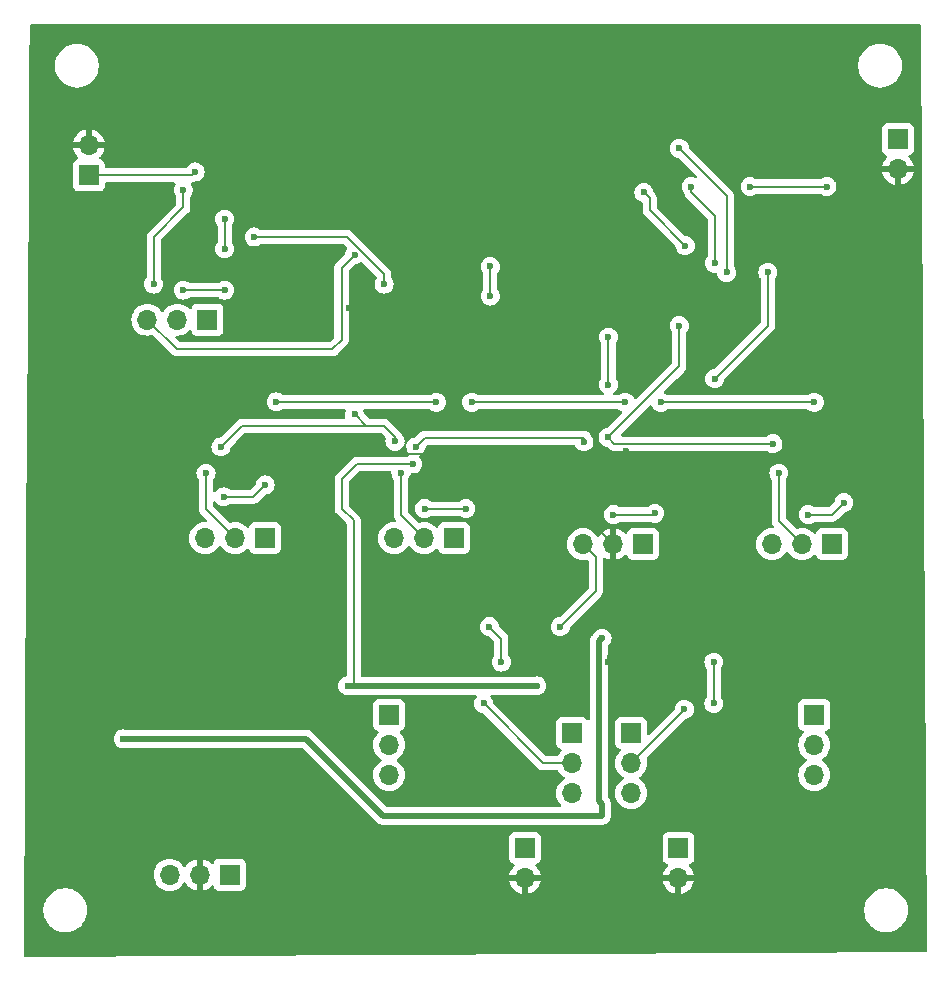
<source format=gbr>
%TF.GenerationSoftware,KiCad,Pcbnew,8.0.5*%
%TF.CreationDate,2024-11-26T13:04:47+01:00*%
%TF.ProjectId,mesa_mezclas,6d657361-5f6d-4657-9a63-6c61732e6b69,rev?*%
%TF.SameCoordinates,Original*%
%TF.FileFunction,Copper,L2,Bot*%
%TF.FilePolarity,Positive*%
%FSLAX46Y46*%
G04 Gerber Fmt 4.6, Leading zero omitted, Abs format (unit mm)*
G04 Created by KiCad (PCBNEW 8.0.5) date 2024-11-26 13:04:47*
%MOMM*%
%LPD*%
G01*
G04 APERTURE LIST*
%TA.AperFunction,ComponentPad*%
%ADD10R,1.700000X1.700000*%
%TD*%
%TA.AperFunction,ComponentPad*%
%ADD11O,1.700000X1.700000*%
%TD*%
%TA.AperFunction,ViaPad*%
%ADD12C,0.600000*%
%TD*%
%TA.AperFunction,Conductor*%
%ADD13C,0.200000*%
%TD*%
%TA.AperFunction,Conductor*%
%ADD14C,0.500000*%
%TD*%
G04 APERTURE END LIST*
D10*
%TO.P,J5,1,Pin_1*%
%TO.N,Net-(J5-Pin_1)*%
X141925000Y-161725000D03*
D11*
%TO.P,J5,2,Pin_2*%
%TO.N,GND*%
X141925000Y-164265000D03*
%TD*%
D10*
%TO.P,RV5,1,1*%
%TO.N,Net-(C7-Pad2)*%
X106925000Y-135500000D03*
D11*
%TO.P,RV5,2,2*%
%TO.N,Net-(U3A-+)*%
X104385000Y-135500000D03*
%TO.P,RV5,3,3*%
%TO.N,/BALANCE_dj/ENTRADA_dj_ch1*%
X101845000Y-135500000D03*
%TD*%
D10*
%TO.P,J8,1,Pin_1*%
%TO.N,Net-(J8-Pin_1)*%
X103925000Y-164000000D03*
D11*
%TO.P,J8,2,Pin_2*%
%TO.N,GND*%
X101385000Y-164000000D03*
%TO.P,J8,3,Pin_3*%
%TO.N,Net-(J8-Pin_3)*%
X98845000Y-164000000D03*
%TD*%
D10*
%TO.P,J3,1,Pin_1*%
%TO.N,/amplificador_auriculares/salida_amplificador_auriculares*%
X160500000Y-101725000D03*
D11*
%TO.P,J3,2,Pin_2*%
%TO.N,GND*%
X160500000Y-104265000D03*
%TD*%
D10*
%TO.P,RV7,1,1*%
%TO.N,Net-(C9-Pad2)*%
X138925000Y-136000000D03*
D11*
%TO.P,RV7,2,2*%
%TO.N,GND*%
X136385000Y-136000000D03*
%TO.P,RV7,3,3*%
%TO.N,/BALANCE_dj/ENTRADA_dj_ch1*%
X133845000Y-136000000D03*
%TD*%
D10*
%TO.P,RV2,1,1*%
%TO.N,Net-(R4-Pad1)*%
X117425000Y-150460000D03*
D11*
%TO.P,RV2,2,2*%
%TO.N,Net-(C3-Pad1)*%
X117425000Y-153000000D03*
%TO.P,RV2,3,3*%
%TO.N,Net-(R2-Pad2)*%
X117425000Y-155540000D03*
%TD*%
D10*
%TO.P,RV1,1,1*%
%TO.N,Net-(C2-Pad2)*%
X132925000Y-152000000D03*
D11*
%TO.P,RV1,2,2*%
%TO.N,Net-(R3-Pad1)*%
X132925000Y-154540000D03*
%TO.P,RV1,3,3*%
%TO.N,Net-(C2-Pad1)*%
X132925000Y-157080000D03*
%TD*%
D10*
%TO.P,J2,1,Pin_1*%
%TO.N,Net-(J2-Pin_1)*%
X128925000Y-161725000D03*
D11*
%TO.P,J2,2,Pin_2*%
%TO.N,GND*%
X128925000Y-164265000D03*
%TD*%
D10*
%TO.P,RV8,1,1*%
%TO.N,Net-(C10-Pad2)*%
X154925000Y-136000000D03*
D11*
%TO.P,RV8,2,2*%
%TO.N,Net-(U9A-+)*%
X152385000Y-136000000D03*
%TO.P,RV8,3,3*%
%TO.N,/BALANCE_dj/ENTRADA_dj_ch2*%
X149845000Y-136000000D03*
%TD*%
D10*
%TO.P,RV9,1,1*%
%TO.N,Net-(J1-Pin_1)*%
X102040000Y-117000000D03*
D11*
%TO.P,RV9,2,2*%
%TO.N,Net-(U5A--)*%
X99500000Y-117000000D03*
%TO.P,RV9,3,3*%
%TO.N,/BALANCE_publico/SALIDA_PUBLICO*%
X96960000Y-117000000D03*
%TD*%
D10*
%TO.P,RV6,1,1*%
%TO.N,Net-(C8-Pad2)*%
X122925000Y-135500000D03*
D11*
%TO.P,RV6,2,2*%
%TO.N,Net-(U4A-+)*%
X120385000Y-135500000D03*
%TO.P,RV6,3,3*%
%TO.N,/BALANCE_dj/ENTRADA_dj_ch2*%
X117845000Y-135500000D03*
%TD*%
D10*
%TO.P,J1,1,Pin_1*%
%TO.N,Net-(J1-Pin_1)*%
X92000000Y-104775000D03*
D11*
%TO.P,J1,2,Pin_2*%
%TO.N,GND*%
X92000000Y-102235000D03*
%TD*%
D10*
%TO.P,RV4,1,1*%
%TO.N,Net-(R10-Pad1)*%
X153425000Y-150460000D03*
D11*
%TO.P,RV4,2,2*%
%TO.N,Net-(C6-Pad1)*%
X153425000Y-153000000D03*
%TO.P,RV4,3,3*%
%TO.N,Net-(R7-Pad2)*%
X153425000Y-155540000D03*
%TD*%
D10*
%TO.P,RV3,1,1*%
%TO.N,Net-(C5-Pad2)*%
X137925000Y-152000000D03*
D11*
%TO.P,RV3,2,2*%
%TO.N,Net-(R8-Pad1)*%
X137925000Y-154540000D03*
%TO.P,RV3,3,3*%
%TO.N,Net-(C5-Pad1)*%
X137925000Y-157080000D03*
%TD*%
D12*
%TO.N,Net-(C2-Pad2)*%
X125925000Y-143000000D03*
X126925000Y-146000000D03*
%TO.N,/BALANCE_dj/SALIDA_dj_sin_amplificar*%
X126000000Y-112500000D03*
X126000000Y-115000000D03*
%TO.N,GND*%
X154000000Y-119500000D03*
X134425000Y-130000000D03*
X156905000Y-127905000D03*
X113000000Y-127000000D03*
X124000000Y-119000000D03*
X138925000Y-129000000D03*
X154925000Y-128500000D03*
X140425000Y-128500000D03*
X135925000Y-146000000D03*
X110595000Y-117095000D03*
X121525000Y-128000000D03*
X104915735Y-107084265D03*
X124425000Y-128000000D03*
X140670345Y-112299695D03*
X114000000Y-116000000D03*
X108195000Y-127770000D03*
X137525000Y-128100000D03*
X101175000Y-155250000D03*
X146000000Y-114730000D03*
%TO.N,Net-(C5-Pad2)*%
X144925000Y-149500000D03*
X144925000Y-146000000D03*
%TO.N,Net-(U3A-+)*%
X101925000Y-130000000D03*
%TO.N,Net-(U3B--)*%
X103425000Y-132000000D03*
X106925000Y-131000000D03*
%TO.N,Net-(U4A-+)*%
X118425000Y-130000000D03*
%TO.N,Net-(U4B--)*%
X120425000Y-133000000D03*
X123925000Y-133000000D03*
%TO.N,Net-(C9-Pad2)*%
X136000000Y-122500000D03*
X136000000Y-118500000D03*
%TO.N,Net-(U9A-+)*%
X150425000Y-130000000D03*
%TO.N,Net-(U8B--)*%
X139925000Y-133400000D03*
X136425000Y-133500000D03*
%TO.N,Net-(U9B--)*%
X155925000Y-132500000D03*
X152925000Y-133500000D03*
%TO.N,/BALANCE_dj/ENTRADA_dj_ch1*%
X131925000Y-143000000D03*
%TO.N,-VCC*%
X129925000Y-148000000D03*
X113925000Y-148000000D03*
X103195000Y-127770000D03*
X149925000Y-127500000D03*
X114500000Y-125000000D03*
X133925000Y-127340000D03*
X117925000Y-127300000D03*
X119695000Y-127770000D03*
X135962500Y-126962500D03*
X117000000Y-114000000D03*
X142000000Y-102500000D03*
X146000000Y-113000000D03*
X142000000Y-117500000D03*
X119425000Y-129220000D03*
X106000000Y-110000000D03*
%TO.N,VCC*%
X107885000Y-123960000D03*
X149500000Y-113000000D03*
X145000000Y-122000000D03*
X121425000Y-124000000D03*
X153425000Y-124000000D03*
X94925000Y-152500000D03*
X137425000Y-124000000D03*
X124425000Y-124000000D03*
X140425000Y-124000000D03*
X135452041Y-143972959D03*
%TO.N,Net-(R3-Pad1)*%
X125425000Y-149500000D03*
%TO.N,Net-(U5B-+)*%
X103500000Y-111000000D03*
X103500000Y-108500000D03*
X103500000Y-114500000D03*
X100000000Y-114500000D03*
%TO.N,Net-(D1-K)*%
X142500000Y-110730000D03*
X139000000Y-106230000D03*
%TO.N,Net-(U5A--)*%
X100000000Y-106000000D03*
X97500000Y-114000000D03*
%TO.N,/BALANCE_publico/SALIDA_PUBLICO*%
X114500000Y-111500000D03*
%TO.N,Net-(J1-Pin_1)*%
X101000000Y-104500000D03*
%TO.N,Net-(R8-Pad1)*%
X142425000Y-150000000D03*
%TO.N,Net-(U1A--)*%
X145000000Y-112230000D03*
X148000000Y-105730000D03*
X154500000Y-105730000D03*
X143000000Y-105730000D03*
%TD*%
D13*
%TO.N,GND*%
X156905000Y-122405000D02*
X156905000Y-127905000D01*
X154000000Y-119500000D02*
X156905000Y-122405000D01*
%TO.N,Net-(C2-Pad2)*%
X126925000Y-146000000D02*
X126925000Y-144000000D01*
X126925000Y-144000000D02*
X125925000Y-143000000D01*
%TO.N,/BALANCE_dj/SALIDA_dj_sin_amplificar*%
X126000000Y-115000000D02*
X126000000Y-112500000D01*
%TO.N,GND*%
X140425000Y-128500000D02*
X154925000Y-128500000D01*
X137425000Y-130500000D02*
X138925000Y-129000000D01*
X129925000Y-128000000D02*
X130425000Y-128500000D01*
D14*
X110190000Y-164265000D02*
X128925000Y-164265000D01*
D13*
X124000000Y-119000000D02*
X120500000Y-119000000D01*
X121425000Y-128000000D02*
X121525000Y-128000000D01*
X130425000Y-128500000D02*
X136925000Y-128500000D01*
X113000000Y-127000000D02*
X113000000Y-127770000D01*
X140670345Y-112299695D02*
X143569695Y-112299695D01*
X135925000Y-146000000D02*
X135925000Y-145500000D01*
X112500000Y-127770000D02*
X113000000Y-127770000D01*
X124425000Y-128000000D02*
X129925000Y-128000000D01*
D14*
X101175000Y-155250000D02*
X110190000Y-164265000D01*
D13*
X120500000Y-119000000D02*
X117500000Y-116000000D01*
X136385000Y-145040000D02*
X136385000Y-136000000D01*
X113000000Y-127770000D02*
X117103529Y-127770000D01*
X136925000Y-128500000D02*
X137425000Y-128000000D01*
X117103529Y-127770000D02*
X117703529Y-128370000D01*
X137425000Y-128000000D02*
X137525000Y-128100000D01*
X110595000Y-117095000D02*
X105000000Y-111500000D01*
X134425000Y-134040000D02*
X134425000Y-130500000D01*
X136385000Y-136000000D02*
X134425000Y-134040000D01*
X143569695Y-112299695D02*
X146000000Y-114730000D01*
X135925000Y-145500000D02*
X136385000Y-145040000D01*
X108195000Y-127770000D02*
X112500000Y-127770000D01*
X105000000Y-111500000D02*
X105000000Y-107000000D01*
X117500000Y-116000000D02*
X114000000Y-116000000D01*
X121055000Y-128370000D02*
X121425000Y-128000000D01*
X105000000Y-107000000D02*
X104915735Y-107084265D01*
X117703529Y-128370000D02*
X121055000Y-128370000D01*
X134425000Y-130500000D02*
X137425000Y-130500000D01*
X134425000Y-130500000D02*
X134425000Y-130000000D01*
%TO.N,Net-(C5-Pad2)*%
X144925000Y-146000000D02*
X144925000Y-149500000D01*
%TO.N,Net-(U3A-+)*%
X101925000Y-130000000D02*
X101925000Y-133040000D01*
X101925000Y-133040000D02*
X104385000Y-135500000D01*
%TO.N,Net-(U3B--)*%
X105925000Y-132000000D02*
X103425000Y-132000000D01*
X106925000Y-131000000D02*
X105925000Y-132000000D01*
%TO.N,Net-(U4A-+)*%
X118425000Y-133540000D02*
X118425000Y-130000000D01*
X120385000Y-135500000D02*
X118425000Y-133540000D01*
%TO.N,Net-(U4B--)*%
X123925000Y-133000000D02*
X120425000Y-133000000D01*
%TO.N,Net-(C9-Pad2)*%
X136000000Y-118500000D02*
X136000000Y-122500000D01*
%TO.N,Net-(U9A-+)*%
X150425000Y-134040000D02*
X150425000Y-130000000D01*
X152385000Y-136000000D02*
X150425000Y-134040000D01*
%TO.N,Net-(U8B--)*%
X136425000Y-133500000D02*
X139925000Y-133500000D01*
X139925000Y-133500000D02*
X139925000Y-133400000D01*
%TO.N,Net-(U9B--)*%
X154925000Y-133500000D02*
X152925000Y-133500000D01*
X155925000Y-132500000D02*
X154925000Y-133500000D01*
%TO.N,/BALANCE_dj/ENTRADA_dj_ch1*%
X131925000Y-143000000D02*
X134925000Y-140000000D01*
X134925000Y-140000000D02*
X134925000Y-137080000D01*
X134925000Y-137080000D02*
X133845000Y-136000000D01*
%TO.N,-VCC*%
X135962500Y-126962500D02*
X142000000Y-120925000D01*
X114425000Y-134000000D02*
X114425000Y-148000000D01*
X146000000Y-106500000D02*
X146000000Y-113000000D01*
X120465000Y-127000000D02*
X133925000Y-127000000D01*
D14*
X113925000Y-148000000D02*
X114425000Y-148000000D01*
D13*
X113425000Y-130500000D02*
X113425000Y-133000000D01*
D14*
X114425000Y-148000000D02*
X129925000Y-148000000D01*
D13*
X113425000Y-133000000D02*
X114425000Y-134000000D01*
X103965000Y-127000000D02*
X104965000Y-126000000D01*
X106000000Y-110000000D02*
X113848529Y-110000000D01*
X135962500Y-126962500D02*
X136500000Y-127500000D01*
X113848529Y-110000000D02*
X117000000Y-113151471D01*
X114500000Y-125000000D02*
X115500000Y-126000000D01*
X119695000Y-127770000D02*
X120465000Y-127000000D01*
X117000000Y-126000000D02*
X117925000Y-126925000D01*
X136500000Y-127500000D02*
X149925000Y-127500000D01*
X103195000Y-127770000D02*
X103965000Y-127000000D01*
X115500000Y-126000000D02*
X117000000Y-126000000D01*
X119425000Y-129220000D02*
X114705000Y-129220000D01*
X142000000Y-120925000D02*
X142000000Y-117500000D01*
X117000000Y-113151471D02*
X117000000Y-114000000D01*
X142000000Y-102500000D02*
X146000000Y-106500000D01*
X114705000Y-129220000D02*
X113425000Y-130500000D01*
X104965000Y-126000000D02*
X115500000Y-126000000D01*
X117925000Y-126925000D02*
X117925000Y-127300000D01*
X133925000Y-127000000D02*
X133925000Y-127340000D01*
D14*
%TO.N,VCC*%
X110425000Y-152500000D02*
X116925000Y-159000000D01*
X94925000Y-152500000D02*
X110425000Y-152500000D01*
X135175000Y-157750000D02*
X135175000Y-144250000D01*
D13*
X145000000Y-122000000D02*
X149500000Y-117500000D01*
X121385000Y-123960000D02*
X121425000Y-124000000D01*
D14*
X116925000Y-159000000D02*
X135425000Y-159000000D01*
D13*
X140425000Y-124000000D02*
X153425000Y-124000000D01*
X149500000Y-117500000D02*
X149500000Y-113000000D01*
X107885000Y-123960000D02*
X121385000Y-123960000D01*
D14*
X135425000Y-158000000D02*
X135175000Y-157750000D01*
X135175000Y-144250000D02*
X135452041Y-143972959D01*
D13*
X124425000Y-124000000D02*
X137425000Y-124000000D01*
D14*
X135425000Y-159000000D02*
X135425000Y-158000000D01*
D13*
%TO.N,Net-(R3-Pad1)*%
X132925000Y-154540000D02*
X130465000Y-154540000D01*
X130465000Y-154540000D02*
X125425000Y-149500000D01*
%TO.N,Net-(U5B-+)*%
X103500000Y-111000000D02*
X103500000Y-108500000D01*
X103500000Y-114500000D02*
X100000000Y-114500000D01*
%TO.N,Net-(D1-K)*%
X139500000Y-107730000D02*
X142500000Y-110730000D01*
X139000000Y-106230000D02*
X139500000Y-106730000D01*
X139500000Y-106730000D02*
X139500000Y-107730000D01*
%TO.N,Net-(U5A--)*%
X97500000Y-114000000D02*
X97500000Y-110000000D01*
X97500000Y-110000000D02*
X100000000Y-107500000D01*
X100000000Y-107500000D02*
X100000000Y-106000000D01*
%TO.N,/BALANCE_publico/SALIDA_PUBLICO*%
X113400000Y-112600000D02*
X113400000Y-118725000D01*
X113400000Y-118725000D02*
X112625000Y-119500000D01*
X114500000Y-111500000D02*
X113400000Y-112600000D01*
X96960000Y-117000000D02*
X99460000Y-119500000D01*
X99460000Y-119500000D02*
X112625000Y-119500000D01*
%TO.N,Net-(J1-Pin_1)*%
X101000000Y-104500000D02*
X100725000Y-104775000D01*
X100725000Y-104775000D02*
X92000000Y-104775000D01*
%TO.N,Net-(R8-Pad1)*%
X142425000Y-150000000D02*
X142425000Y-150040000D01*
X142425000Y-150040000D02*
X137925000Y-154540000D01*
%TO.N,Net-(U1A--)*%
X143000000Y-105730000D02*
X143000000Y-106230000D01*
X154500000Y-105730000D02*
X148000000Y-105730000D01*
X143000000Y-106230000D02*
X145000000Y-108230000D01*
X145000000Y-108230000D02*
X145000000Y-112230000D01*
%TD*%
%TA.AperFunction,Conductor*%
%TO.N,GND*%
G36*
X162443827Y-92019685D02*
G01*
X162489582Y-92072489D01*
X162500784Y-92123208D01*
X162672027Y-119008255D01*
X162999210Y-170376023D01*
X162979953Y-170443187D01*
X162927442Y-170489277D01*
X162876023Y-170500810D01*
X86625602Y-170999179D01*
X86558436Y-170979933D01*
X86512337Y-170927430D01*
X86500794Y-170874401D01*
X86526083Y-166878711D01*
X88149500Y-166878711D01*
X88149500Y-167121288D01*
X88181161Y-167361785D01*
X88243947Y-167596104D01*
X88336773Y-167820205D01*
X88336776Y-167820212D01*
X88458064Y-168030289D01*
X88458066Y-168030292D01*
X88458067Y-168030293D01*
X88605733Y-168222736D01*
X88605739Y-168222743D01*
X88777256Y-168394260D01*
X88777262Y-168394265D01*
X88969711Y-168541936D01*
X89179788Y-168663224D01*
X89403900Y-168756054D01*
X89638211Y-168818838D01*
X89818586Y-168842584D01*
X89878711Y-168850500D01*
X89878712Y-168850500D01*
X90121289Y-168850500D01*
X90169388Y-168844167D01*
X90361789Y-168818838D01*
X90596100Y-168756054D01*
X90820212Y-168663224D01*
X91030289Y-168541936D01*
X91222738Y-168394265D01*
X91394265Y-168222738D01*
X91541936Y-168030289D01*
X91663224Y-167820212D01*
X91756054Y-167596100D01*
X91818838Y-167361789D01*
X91850500Y-167121288D01*
X91850500Y-166878712D01*
X91850500Y-166878711D01*
X157649500Y-166878711D01*
X157649500Y-167121288D01*
X157681161Y-167361785D01*
X157743947Y-167596104D01*
X157836773Y-167820205D01*
X157836776Y-167820212D01*
X157958064Y-168030289D01*
X157958066Y-168030292D01*
X157958067Y-168030293D01*
X158105733Y-168222736D01*
X158105739Y-168222743D01*
X158277256Y-168394260D01*
X158277262Y-168394265D01*
X158469711Y-168541936D01*
X158679788Y-168663224D01*
X158903900Y-168756054D01*
X159138211Y-168818838D01*
X159318586Y-168842584D01*
X159378711Y-168850500D01*
X159378712Y-168850500D01*
X159621289Y-168850500D01*
X159669388Y-168844167D01*
X159861789Y-168818838D01*
X160096100Y-168756054D01*
X160320212Y-168663224D01*
X160530289Y-168541936D01*
X160722738Y-168394265D01*
X160894265Y-168222738D01*
X161041936Y-168030289D01*
X161163224Y-167820212D01*
X161256054Y-167596100D01*
X161318838Y-167361789D01*
X161350500Y-167121288D01*
X161350500Y-166878712D01*
X161318838Y-166638211D01*
X161256054Y-166403900D01*
X161163224Y-166179788D01*
X161041936Y-165969711D01*
X160894265Y-165777262D01*
X160894260Y-165777256D01*
X160722743Y-165605739D01*
X160722736Y-165605733D01*
X160530293Y-165458067D01*
X160530292Y-165458066D01*
X160530289Y-165458064D01*
X160320212Y-165336776D01*
X160320205Y-165336773D01*
X160096104Y-165243947D01*
X159861785Y-165181161D01*
X159621289Y-165149500D01*
X159621288Y-165149500D01*
X159378712Y-165149500D01*
X159378711Y-165149500D01*
X159138214Y-165181161D01*
X158903895Y-165243947D01*
X158679794Y-165336773D01*
X158679785Y-165336777D01*
X158469706Y-165458067D01*
X158277263Y-165605733D01*
X158277256Y-165605739D01*
X158105739Y-165777256D01*
X158105733Y-165777263D01*
X157958067Y-165969706D01*
X157836777Y-166179785D01*
X157836773Y-166179794D01*
X157743947Y-166403895D01*
X157681161Y-166638214D01*
X157649500Y-166878711D01*
X91850500Y-166878711D01*
X91818838Y-166638211D01*
X91756054Y-166403900D01*
X91663224Y-166179788D01*
X91541936Y-165969711D01*
X91394265Y-165777262D01*
X91394260Y-165777256D01*
X91222743Y-165605739D01*
X91222736Y-165605733D01*
X91030293Y-165458067D01*
X91030292Y-165458066D01*
X91030289Y-165458064D01*
X90820212Y-165336776D01*
X90820205Y-165336773D01*
X90596104Y-165243947D01*
X90361785Y-165181161D01*
X90121289Y-165149500D01*
X90121288Y-165149500D01*
X89878712Y-165149500D01*
X89878711Y-165149500D01*
X89638214Y-165181161D01*
X89403895Y-165243947D01*
X89179794Y-165336773D01*
X89179785Y-165336777D01*
X88969706Y-165458067D01*
X88777263Y-165605733D01*
X88777256Y-165605739D01*
X88605739Y-165777256D01*
X88605733Y-165777263D01*
X88458067Y-165969706D01*
X88336777Y-166179785D01*
X88336773Y-166179794D01*
X88243947Y-166403895D01*
X88181161Y-166638214D01*
X88149500Y-166878711D01*
X86526083Y-166878711D01*
X86544303Y-163999999D01*
X97489341Y-163999999D01*
X97489341Y-164000000D01*
X97509936Y-164235403D01*
X97509938Y-164235413D01*
X97571094Y-164463655D01*
X97571096Y-164463659D01*
X97571097Y-164463663D01*
X97654155Y-164641781D01*
X97670965Y-164677830D01*
X97670967Y-164677834D01*
X97732002Y-164765000D01*
X97806505Y-164871401D01*
X97973599Y-165038495D01*
X98070384Y-165106265D01*
X98167165Y-165174032D01*
X98167167Y-165174033D01*
X98167170Y-165174035D01*
X98381337Y-165273903D01*
X98609592Y-165335063D01*
X98786034Y-165350500D01*
X98844999Y-165355659D01*
X98845000Y-165355659D01*
X98845001Y-165355659D01*
X98903966Y-165350500D01*
X99080408Y-165335063D01*
X99308663Y-165273903D01*
X99522830Y-165174035D01*
X99716401Y-165038495D01*
X99883495Y-164871401D01*
X100013730Y-164685405D01*
X100068307Y-164641781D01*
X100137805Y-164634587D01*
X100200160Y-164666110D01*
X100216879Y-164685405D01*
X100346890Y-164871078D01*
X100513917Y-165038105D01*
X100707421Y-165173600D01*
X100921507Y-165273429D01*
X100921516Y-165273433D01*
X101135000Y-165330634D01*
X101135000Y-164433012D01*
X101192007Y-164465925D01*
X101319174Y-164500000D01*
X101450826Y-164500000D01*
X101577993Y-164465925D01*
X101635000Y-164433012D01*
X101635000Y-165330633D01*
X101848483Y-165273433D01*
X101848492Y-165273429D01*
X102062578Y-165173600D01*
X102256078Y-165038108D01*
X102378133Y-164916053D01*
X102439456Y-164882568D01*
X102509148Y-164887552D01*
X102565082Y-164929423D01*
X102581997Y-164960401D01*
X102631202Y-165092328D01*
X102631206Y-165092335D01*
X102717452Y-165207544D01*
X102717455Y-165207547D01*
X102832664Y-165293793D01*
X102832671Y-165293797D01*
X102967517Y-165344091D01*
X102967516Y-165344091D01*
X102974444Y-165344835D01*
X103027127Y-165350500D01*
X104822872Y-165350499D01*
X104882483Y-165344091D01*
X105017331Y-165293796D01*
X105132546Y-165207546D01*
X105218796Y-165092331D01*
X105269091Y-164957483D01*
X105275500Y-164897873D01*
X105275499Y-163102128D01*
X105269091Y-163042517D01*
X105268002Y-163039598D01*
X105218797Y-162907671D01*
X105218793Y-162907664D01*
X105132547Y-162792455D01*
X105132544Y-162792452D01*
X105017335Y-162706206D01*
X105017328Y-162706202D01*
X104882482Y-162655908D01*
X104882483Y-162655908D01*
X104822883Y-162649501D01*
X104822881Y-162649500D01*
X104822873Y-162649500D01*
X104822864Y-162649500D01*
X103027129Y-162649500D01*
X103027123Y-162649501D01*
X102967516Y-162655908D01*
X102832671Y-162706202D01*
X102832664Y-162706206D01*
X102717455Y-162792452D01*
X102717452Y-162792455D01*
X102631206Y-162907664D01*
X102631202Y-162907671D01*
X102581997Y-163039598D01*
X102540126Y-163095532D01*
X102474661Y-163119949D01*
X102406388Y-163105097D01*
X102378134Y-163083946D01*
X102256082Y-162961894D01*
X102062578Y-162826399D01*
X101848492Y-162726570D01*
X101848486Y-162726567D01*
X101635000Y-162669364D01*
X101635000Y-163566988D01*
X101577993Y-163534075D01*
X101450826Y-163500000D01*
X101319174Y-163500000D01*
X101192007Y-163534075D01*
X101135000Y-163566988D01*
X101135000Y-162669364D01*
X101134999Y-162669364D01*
X100921513Y-162726567D01*
X100921507Y-162726570D01*
X100707422Y-162826399D01*
X100707420Y-162826400D01*
X100513926Y-162961886D01*
X100513920Y-162961891D01*
X100346891Y-163128920D01*
X100346890Y-163128922D01*
X100216880Y-163314595D01*
X100162303Y-163358219D01*
X100092804Y-163365412D01*
X100030450Y-163333890D01*
X100013730Y-163314594D01*
X99883494Y-163128597D01*
X99716402Y-162961506D01*
X99716395Y-162961501D01*
X99522834Y-162825967D01*
X99522830Y-162825965D01*
X99504308Y-162817328D01*
X99308663Y-162726097D01*
X99308659Y-162726096D01*
X99308655Y-162726094D01*
X99080413Y-162664938D01*
X99080403Y-162664936D01*
X98845001Y-162644341D01*
X98844999Y-162644341D01*
X98609596Y-162664936D01*
X98609586Y-162664938D01*
X98381344Y-162726094D01*
X98381335Y-162726098D01*
X98167171Y-162825964D01*
X98167169Y-162825965D01*
X97973597Y-162961505D01*
X97806505Y-163128597D01*
X97670965Y-163322169D01*
X97670964Y-163322171D01*
X97571098Y-163536335D01*
X97571094Y-163536344D01*
X97509938Y-163764586D01*
X97509936Y-163764596D01*
X97489341Y-163999999D01*
X86544303Y-163999999D01*
X86564384Y-160827135D01*
X127574500Y-160827135D01*
X127574500Y-162622870D01*
X127574501Y-162622876D01*
X127580908Y-162682483D01*
X127631202Y-162817328D01*
X127631206Y-162817335D01*
X127717452Y-162932544D01*
X127717455Y-162932547D01*
X127832664Y-163018793D01*
X127832671Y-163018797D01*
X127832674Y-163018798D01*
X127964598Y-163068002D01*
X128020531Y-163109873D01*
X128044949Y-163175337D01*
X128030098Y-163243610D01*
X128008947Y-163271865D01*
X127886886Y-163393926D01*
X127751400Y-163587420D01*
X127751399Y-163587422D01*
X127651570Y-163801507D01*
X127651567Y-163801513D01*
X127594364Y-164014999D01*
X127594364Y-164015000D01*
X128491988Y-164015000D01*
X128459075Y-164072007D01*
X128425000Y-164199174D01*
X128425000Y-164330826D01*
X128459075Y-164457993D01*
X128491988Y-164515000D01*
X127594364Y-164515000D01*
X127651567Y-164728486D01*
X127651570Y-164728492D01*
X127751399Y-164942578D01*
X127886894Y-165136082D01*
X128053917Y-165303105D01*
X128247421Y-165438600D01*
X128461507Y-165538429D01*
X128461516Y-165538433D01*
X128675000Y-165595634D01*
X128675000Y-164698012D01*
X128732007Y-164730925D01*
X128859174Y-164765000D01*
X128990826Y-164765000D01*
X129117993Y-164730925D01*
X129175000Y-164698012D01*
X129175000Y-165595633D01*
X129388483Y-165538433D01*
X129388492Y-165538429D01*
X129602578Y-165438600D01*
X129796082Y-165303105D01*
X129963105Y-165136082D01*
X130098600Y-164942578D01*
X130198429Y-164728492D01*
X130198432Y-164728486D01*
X130255636Y-164515000D01*
X129358012Y-164515000D01*
X129390925Y-164457993D01*
X129425000Y-164330826D01*
X129425000Y-164199174D01*
X129390925Y-164072007D01*
X129358012Y-164015000D01*
X130255636Y-164015000D01*
X130255635Y-164014999D01*
X130198432Y-163801513D01*
X130198429Y-163801507D01*
X130098600Y-163587422D01*
X130098599Y-163587420D01*
X129963113Y-163393926D01*
X129963108Y-163393920D01*
X129841053Y-163271865D01*
X129807568Y-163210542D01*
X129812552Y-163140850D01*
X129854424Y-163084917D01*
X129885400Y-163068002D01*
X130017331Y-163018796D01*
X130132546Y-162932546D01*
X130218796Y-162817331D01*
X130269091Y-162682483D01*
X130275500Y-162622873D01*
X130275499Y-160827135D01*
X140574500Y-160827135D01*
X140574500Y-162622870D01*
X140574501Y-162622876D01*
X140580908Y-162682483D01*
X140631202Y-162817328D01*
X140631206Y-162817335D01*
X140717452Y-162932544D01*
X140717455Y-162932547D01*
X140832664Y-163018793D01*
X140832671Y-163018797D01*
X140832674Y-163018798D01*
X140964598Y-163068002D01*
X141020531Y-163109873D01*
X141044949Y-163175337D01*
X141030098Y-163243610D01*
X141008947Y-163271865D01*
X140886886Y-163393926D01*
X140751400Y-163587420D01*
X140751399Y-163587422D01*
X140651570Y-163801507D01*
X140651567Y-163801513D01*
X140594364Y-164014999D01*
X140594364Y-164015000D01*
X141491988Y-164015000D01*
X141459075Y-164072007D01*
X141425000Y-164199174D01*
X141425000Y-164330826D01*
X141459075Y-164457993D01*
X141491988Y-164515000D01*
X140594364Y-164515000D01*
X140651567Y-164728486D01*
X140651570Y-164728492D01*
X140751399Y-164942578D01*
X140886894Y-165136082D01*
X141053917Y-165303105D01*
X141247421Y-165438600D01*
X141461507Y-165538429D01*
X141461516Y-165538433D01*
X141675000Y-165595634D01*
X141675000Y-164698012D01*
X141732007Y-164730925D01*
X141859174Y-164765000D01*
X141990826Y-164765000D01*
X142117993Y-164730925D01*
X142175000Y-164698012D01*
X142175000Y-165595633D01*
X142388483Y-165538433D01*
X142388492Y-165538429D01*
X142602578Y-165438600D01*
X142796082Y-165303105D01*
X142963105Y-165136082D01*
X143098600Y-164942578D01*
X143198429Y-164728492D01*
X143198432Y-164728486D01*
X143255636Y-164515000D01*
X142358012Y-164515000D01*
X142390925Y-164457993D01*
X142425000Y-164330826D01*
X142425000Y-164199174D01*
X142390925Y-164072007D01*
X142358012Y-164015000D01*
X143255636Y-164015000D01*
X143255635Y-164014999D01*
X143198432Y-163801513D01*
X143198429Y-163801507D01*
X143098600Y-163587422D01*
X143098599Y-163587420D01*
X142963113Y-163393926D01*
X142963108Y-163393920D01*
X142841053Y-163271865D01*
X142807568Y-163210542D01*
X142812552Y-163140850D01*
X142854424Y-163084917D01*
X142885400Y-163068002D01*
X143017331Y-163018796D01*
X143132546Y-162932546D01*
X143218796Y-162817331D01*
X143269091Y-162682483D01*
X143275500Y-162622873D01*
X143275499Y-160827128D01*
X143269091Y-160767517D01*
X143218796Y-160632669D01*
X143218795Y-160632668D01*
X143218793Y-160632664D01*
X143132547Y-160517455D01*
X143132544Y-160517452D01*
X143017335Y-160431206D01*
X143017328Y-160431202D01*
X142882482Y-160380908D01*
X142882483Y-160380908D01*
X142822883Y-160374501D01*
X142822881Y-160374500D01*
X142822873Y-160374500D01*
X142822864Y-160374500D01*
X141027129Y-160374500D01*
X141027123Y-160374501D01*
X140967516Y-160380908D01*
X140832671Y-160431202D01*
X140832664Y-160431206D01*
X140717455Y-160517452D01*
X140717452Y-160517455D01*
X140631206Y-160632664D01*
X140631202Y-160632671D01*
X140580908Y-160767517D01*
X140574501Y-160827116D01*
X140574501Y-160827123D01*
X140574500Y-160827135D01*
X130275499Y-160827135D01*
X130275499Y-160827128D01*
X130269091Y-160767517D01*
X130218796Y-160632669D01*
X130218795Y-160632668D01*
X130218793Y-160632664D01*
X130132547Y-160517455D01*
X130132544Y-160517452D01*
X130017335Y-160431206D01*
X130017328Y-160431202D01*
X129882482Y-160380908D01*
X129882483Y-160380908D01*
X129822883Y-160374501D01*
X129822881Y-160374500D01*
X129822873Y-160374500D01*
X129822864Y-160374500D01*
X128027129Y-160374500D01*
X128027123Y-160374501D01*
X127967516Y-160380908D01*
X127832671Y-160431202D01*
X127832664Y-160431206D01*
X127717455Y-160517452D01*
X127717452Y-160517455D01*
X127631206Y-160632664D01*
X127631202Y-160632671D01*
X127580908Y-160767517D01*
X127574501Y-160827116D01*
X127574501Y-160827123D01*
X127574500Y-160827135D01*
X86564384Y-160827135D01*
X86617088Y-152499996D01*
X94119435Y-152499996D01*
X94119435Y-152500003D01*
X94139630Y-152679249D01*
X94139631Y-152679254D01*
X94199211Y-152849523D01*
X94267047Y-152957483D01*
X94295184Y-153002262D01*
X94422738Y-153129816D01*
X94476736Y-153163745D01*
X94518682Y-153190102D01*
X94575478Y-153225789D01*
X94745745Y-153285368D01*
X94745750Y-153285369D01*
X94924996Y-153305565D01*
X94925000Y-153305565D01*
X94925004Y-153305565D01*
X95104249Y-153285369D01*
X95104252Y-153285368D01*
X95104255Y-153285368D01*
X95184017Y-153257457D01*
X95224972Y-153250500D01*
X110062770Y-153250500D01*
X110129809Y-153270185D01*
X110150451Y-153286819D01*
X116342049Y-159478416D01*
X116446581Y-159582948D01*
X116446585Y-159582952D01*
X116569498Y-159665080D01*
X116569511Y-159665087D01*
X116706082Y-159721656D01*
X116706087Y-159721658D01*
X116706091Y-159721658D01*
X116706092Y-159721659D01*
X116851079Y-159750500D01*
X116851082Y-159750500D01*
X135498920Y-159750500D01*
X135596462Y-159731096D01*
X135643913Y-159721658D01*
X135780495Y-159665084D01*
X135903416Y-159582951D01*
X136007951Y-159478416D01*
X136090084Y-159355495D01*
X136146658Y-159218913D01*
X136175500Y-159073918D01*
X136175500Y-157926082D01*
X136175500Y-157926079D01*
X136146659Y-157781092D01*
X136146658Y-157781091D01*
X136146658Y-157781087D01*
X136137025Y-157757830D01*
X136090087Y-157644511D01*
X136090080Y-157644498D01*
X136007951Y-157521584D01*
X136007948Y-157521580D01*
X135961819Y-157475451D01*
X135928334Y-157414128D01*
X135925500Y-157387770D01*
X135925500Y-154539999D01*
X136569341Y-154539999D01*
X136569341Y-154540000D01*
X136589936Y-154775403D01*
X136589938Y-154775413D01*
X136651094Y-155003655D01*
X136651096Y-155003659D01*
X136651097Y-155003663D01*
X136724085Y-155160185D01*
X136750965Y-155217830D01*
X136750967Y-155217834D01*
X136886501Y-155411395D01*
X136886506Y-155411402D01*
X137053597Y-155578493D01*
X137053603Y-155578498D01*
X137239158Y-155708425D01*
X137282783Y-155763002D01*
X137289977Y-155832500D01*
X137258454Y-155894855D01*
X137239158Y-155911575D01*
X137053597Y-156041505D01*
X136886505Y-156208597D01*
X136750965Y-156402169D01*
X136750964Y-156402171D01*
X136651098Y-156616335D01*
X136651094Y-156616344D01*
X136589938Y-156844586D01*
X136589936Y-156844596D01*
X136569341Y-157079999D01*
X136569341Y-157080000D01*
X136589936Y-157315403D01*
X136589938Y-157315413D01*
X136651094Y-157543655D01*
X136651096Y-157543659D01*
X136651097Y-157543663D01*
X136750965Y-157757830D01*
X136750967Y-157757834D01*
X136859281Y-157912521D01*
X136886505Y-157951401D01*
X137053599Y-158118495D01*
X137150384Y-158186265D01*
X137247165Y-158254032D01*
X137247167Y-158254033D01*
X137247170Y-158254035D01*
X137461337Y-158353903D01*
X137689592Y-158415063D01*
X137877918Y-158431539D01*
X137924999Y-158435659D01*
X137925000Y-158435659D01*
X137925001Y-158435659D01*
X137964234Y-158432226D01*
X138160408Y-158415063D01*
X138388663Y-158353903D01*
X138602830Y-158254035D01*
X138796401Y-158118495D01*
X138963495Y-157951401D01*
X139099035Y-157757830D01*
X139198903Y-157543663D01*
X139260063Y-157315408D01*
X139280659Y-157080000D01*
X139260063Y-156844592D01*
X139198903Y-156616337D01*
X139099035Y-156402171D01*
X138969962Y-156217834D01*
X138963494Y-156208597D01*
X138796402Y-156041506D01*
X138796396Y-156041501D01*
X138610842Y-155911575D01*
X138567217Y-155856998D01*
X138560023Y-155787500D01*
X138591546Y-155725145D01*
X138610842Y-155708425D01*
X138633026Y-155692891D01*
X138796401Y-155578495D01*
X138963495Y-155411401D01*
X139099035Y-155217830D01*
X139198903Y-155003663D01*
X139260063Y-154775408D01*
X139280659Y-154540000D01*
X139260063Y-154304592D01*
X139225671Y-154176239D01*
X139227334Y-154106393D01*
X139257763Y-154056470D01*
X140314234Y-152999999D01*
X152069341Y-152999999D01*
X152069341Y-153000000D01*
X152089936Y-153235403D01*
X152089938Y-153235413D01*
X152151094Y-153463655D01*
X152151096Y-153463659D01*
X152151097Y-153463663D01*
X152189806Y-153546674D01*
X152250965Y-153677830D01*
X152250967Y-153677834D01*
X152359281Y-153832521D01*
X152380041Y-153862170D01*
X152386501Y-153871395D01*
X152386506Y-153871402D01*
X152553597Y-154038493D01*
X152553603Y-154038498D01*
X152739158Y-154168425D01*
X152782783Y-154223002D01*
X152789977Y-154292500D01*
X152758454Y-154354855D01*
X152739158Y-154371575D01*
X152553597Y-154501505D01*
X152386505Y-154668597D01*
X152250965Y-154862169D01*
X152250964Y-154862171D01*
X152151098Y-155076335D01*
X152151094Y-155076344D01*
X152089938Y-155304586D01*
X152089936Y-155304596D01*
X152069341Y-155539999D01*
X152069341Y-155540000D01*
X152089936Y-155775403D01*
X152089938Y-155775413D01*
X152151094Y-156003655D01*
X152151096Y-156003659D01*
X152151097Y-156003663D01*
X152168744Y-156041506D01*
X152250965Y-156217830D01*
X152250967Y-156217834D01*
X152359281Y-156372521D01*
X152386505Y-156411401D01*
X152553599Y-156578495D01*
X152595511Y-156607842D01*
X152747165Y-156714032D01*
X152747167Y-156714033D01*
X152747170Y-156714035D01*
X152961337Y-156813903D01*
X153189592Y-156875063D01*
X153377918Y-156891539D01*
X153424999Y-156895659D01*
X153425000Y-156895659D01*
X153425001Y-156895659D01*
X153464234Y-156892226D01*
X153660408Y-156875063D01*
X153888663Y-156813903D01*
X154102830Y-156714035D01*
X154296401Y-156578495D01*
X154463495Y-156411401D01*
X154599035Y-156217830D01*
X154698903Y-156003663D01*
X154760063Y-155775408D01*
X154780659Y-155540000D01*
X154760063Y-155304592D01*
X154698903Y-155076337D01*
X154599035Y-154862171D01*
X154538284Y-154775408D01*
X154463494Y-154668597D01*
X154296402Y-154501506D01*
X154296396Y-154501501D01*
X154110842Y-154371575D01*
X154067217Y-154316998D01*
X154060023Y-154247500D01*
X154091546Y-154185145D01*
X154110842Y-154168425D01*
X154198436Y-154107091D01*
X154296401Y-154038495D01*
X154463495Y-153871401D01*
X154599035Y-153677830D01*
X154698903Y-153463663D01*
X154760063Y-153235408D01*
X154780659Y-153000000D01*
X154760063Y-152764592D01*
X154698903Y-152536337D01*
X154599035Y-152322171D01*
X154478813Y-152150476D01*
X154463496Y-152128600D01*
X154450109Y-152115213D01*
X154341567Y-152006671D01*
X154308084Y-151945351D01*
X154313068Y-151875659D01*
X154354939Y-151819725D01*
X154385915Y-151802810D01*
X154517331Y-151753796D01*
X154632546Y-151667546D01*
X154718796Y-151552331D01*
X154769091Y-151417483D01*
X154775500Y-151357873D01*
X154775499Y-149562128D01*
X154769091Y-149502517D01*
X154768153Y-149500003D01*
X154718797Y-149367671D01*
X154718793Y-149367664D01*
X154632547Y-149252455D01*
X154632544Y-149252452D01*
X154517335Y-149166206D01*
X154517328Y-149166202D01*
X154382482Y-149115908D01*
X154382483Y-149115908D01*
X154322883Y-149109501D01*
X154322881Y-149109500D01*
X154322873Y-149109500D01*
X154322864Y-149109500D01*
X152527129Y-149109500D01*
X152527123Y-149109501D01*
X152467516Y-149115908D01*
X152332671Y-149166202D01*
X152332664Y-149166206D01*
X152217455Y-149252452D01*
X152217452Y-149252455D01*
X152131206Y-149367664D01*
X152131202Y-149367671D01*
X152080908Y-149502517D01*
X152074501Y-149562116D01*
X152074501Y-149562123D01*
X152074500Y-149562135D01*
X152074500Y-151357870D01*
X152074501Y-151357876D01*
X152080908Y-151417483D01*
X152131202Y-151552328D01*
X152131206Y-151552335D01*
X152217452Y-151667544D01*
X152217455Y-151667547D01*
X152332664Y-151753793D01*
X152332671Y-151753797D01*
X152464081Y-151802810D01*
X152520015Y-151844681D01*
X152544432Y-151910145D01*
X152529580Y-151978418D01*
X152508430Y-152006673D01*
X152386503Y-152128600D01*
X152250965Y-152322169D01*
X152250964Y-152322171D01*
X152151098Y-152536335D01*
X152151094Y-152536344D01*
X152089938Y-152764586D01*
X152089936Y-152764596D01*
X152069341Y-152999999D01*
X140314234Y-152999999D01*
X142488614Y-150825619D01*
X142549935Y-150792136D01*
X142562392Y-150790084D01*
X142604255Y-150785368D01*
X142774522Y-150725789D01*
X142927262Y-150629816D01*
X143054816Y-150502262D01*
X143150789Y-150349522D01*
X143210368Y-150179255D01*
X143210369Y-150179249D01*
X143230565Y-150000003D01*
X143230565Y-149999996D01*
X143210369Y-149820750D01*
X143210368Y-149820745D01*
X143150789Y-149650478D01*
X143054816Y-149497738D01*
X142927262Y-149370184D01*
X142923251Y-149367664D01*
X142774523Y-149274211D01*
X142604254Y-149214631D01*
X142604249Y-149214630D01*
X142425004Y-149194435D01*
X142424996Y-149194435D01*
X142245750Y-149214630D01*
X142245745Y-149214631D01*
X142075476Y-149274211D01*
X141922737Y-149370184D01*
X141795184Y-149497737D01*
X141699210Y-149650478D01*
X141639631Y-149820747D01*
X141639630Y-149820752D01*
X141624758Y-149952747D01*
X141597691Y-150017161D01*
X141589219Y-150026544D01*
X139487180Y-152128584D01*
X139425857Y-152162069D01*
X139356165Y-152157085D01*
X139300232Y-152115213D01*
X139275815Y-152049749D01*
X139275499Y-152040903D01*
X139275499Y-151102129D01*
X139275498Y-151102123D01*
X139275497Y-151102116D01*
X139269091Y-151042517D01*
X139218796Y-150907669D01*
X139218795Y-150907668D01*
X139218793Y-150907664D01*
X139132547Y-150792455D01*
X139132544Y-150792452D01*
X139017335Y-150706206D01*
X139017328Y-150706202D01*
X138882482Y-150655908D01*
X138882483Y-150655908D01*
X138822883Y-150649501D01*
X138822881Y-150649500D01*
X138822873Y-150649500D01*
X138822864Y-150649500D01*
X137027129Y-150649500D01*
X137027123Y-150649501D01*
X136967516Y-150655908D01*
X136832671Y-150706202D01*
X136832664Y-150706206D01*
X136717455Y-150792452D01*
X136717452Y-150792455D01*
X136631206Y-150907664D01*
X136631202Y-150907671D01*
X136580908Y-151042517D01*
X136574501Y-151102116D01*
X136574501Y-151102123D01*
X136574500Y-151102135D01*
X136574500Y-152897870D01*
X136574501Y-152897876D01*
X136580908Y-152957483D01*
X136631202Y-153092328D01*
X136631206Y-153092335D01*
X136717452Y-153207544D01*
X136717455Y-153207547D01*
X136832664Y-153293793D01*
X136832671Y-153293797D01*
X136964081Y-153342810D01*
X137020015Y-153384681D01*
X137044432Y-153450145D01*
X137029580Y-153518418D01*
X137008430Y-153546673D01*
X136886503Y-153668600D01*
X136750965Y-153862169D01*
X136750964Y-153862171D01*
X136651098Y-154076335D01*
X136651094Y-154076344D01*
X136589938Y-154304586D01*
X136589936Y-154304596D01*
X136569341Y-154539999D01*
X135925500Y-154539999D01*
X135925500Y-145999996D01*
X144119435Y-145999996D01*
X144119435Y-146000003D01*
X144139630Y-146179249D01*
X144139631Y-146179254D01*
X144199211Y-146349523D01*
X144295185Y-146502263D01*
X144297445Y-146505097D01*
X144298334Y-146507275D01*
X144298889Y-146508158D01*
X144298734Y-146508255D01*
X144323855Y-146569783D01*
X144324500Y-146582412D01*
X144324500Y-148917587D01*
X144304815Y-148984626D01*
X144297450Y-148994896D01*
X144295186Y-148997734D01*
X144199211Y-149150476D01*
X144139631Y-149320745D01*
X144139630Y-149320750D01*
X144119435Y-149499996D01*
X144119435Y-149500003D01*
X144139630Y-149679249D01*
X144139631Y-149679254D01*
X144199211Y-149849523D01*
X144291163Y-149995863D01*
X144295184Y-150002262D01*
X144422738Y-150129816D01*
X144575478Y-150225789D01*
X144745742Y-150285367D01*
X144745745Y-150285368D01*
X144745750Y-150285369D01*
X144924996Y-150305565D01*
X144925000Y-150305565D01*
X144925004Y-150305565D01*
X145104249Y-150285369D01*
X145104252Y-150285368D01*
X145104255Y-150285368D01*
X145274522Y-150225789D01*
X145427262Y-150129816D01*
X145554816Y-150002262D01*
X145650789Y-149849522D01*
X145710368Y-149679255D01*
X145710369Y-149679249D01*
X145730565Y-149500003D01*
X145730565Y-149499996D01*
X145710369Y-149320750D01*
X145710368Y-149320745D01*
X145656292Y-149166206D01*
X145650789Y-149150478D01*
X145554816Y-148997738D01*
X145554814Y-148997736D01*
X145554813Y-148997734D01*
X145552550Y-148994896D01*
X145551659Y-148992715D01*
X145551111Y-148991842D01*
X145551264Y-148991745D01*
X145526144Y-148930209D01*
X145525500Y-148917587D01*
X145525500Y-146582412D01*
X145545185Y-146515373D01*
X145552555Y-146505097D01*
X145554810Y-146502267D01*
X145554816Y-146502262D01*
X145650789Y-146349522D01*
X145710368Y-146179255D01*
X145730565Y-146000000D01*
X145710368Y-145820745D01*
X145650789Y-145650478D01*
X145554816Y-145497738D01*
X145427262Y-145370184D01*
X145274523Y-145274211D01*
X145104254Y-145214631D01*
X145104249Y-145214630D01*
X144925004Y-145194435D01*
X144924996Y-145194435D01*
X144745750Y-145214630D01*
X144745745Y-145214631D01*
X144575476Y-145274211D01*
X144422737Y-145370184D01*
X144295184Y-145497737D01*
X144199211Y-145650476D01*
X144139631Y-145820745D01*
X144139630Y-145820750D01*
X144119435Y-145999996D01*
X135925500Y-145999996D01*
X135925500Y-144682940D01*
X135945185Y-144615901D01*
X135961819Y-144595259D01*
X136081857Y-144475221D01*
X136177830Y-144322481D01*
X136237409Y-144152214D01*
X136244526Y-144089047D01*
X136257606Y-143972962D01*
X136257606Y-143972955D01*
X136237410Y-143793709D01*
X136237409Y-143793704D01*
X136229669Y-143771584D01*
X136177830Y-143623437D01*
X136081857Y-143470697D01*
X135954303Y-143343143D01*
X135801564Y-143247170D01*
X135631295Y-143187590D01*
X135631290Y-143187589D01*
X135452045Y-143167394D01*
X135452037Y-143167394D01*
X135272791Y-143187589D01*
X135272786Y-143187590D01*
X135102517Y-143247170D01*
X134949778Y-143343143D01*
X134822225Y-143470696D01*
X134726253Y-143623434D01*
X134723232Y-143629709D01*
X134721402Y-143628828D01*
X134698736Y-143664894D01*
X134592047Y-143771583D01*
X134592045Y-143771586D01*
X134562279Y-143816138D01*
X134562277Y-143816141D01*
X134509914Y-143894507D01*
X134453343Y-144031082D01*
X134453340Y-144031092D01*
X134424500Y-144176079D01*
X134424500Y-150809897D01*
X134404815Y-150876936D01*
X134352011Y-150922691D01*
X134282853Y-150932635D01*
X134219297Y-150903610D01*
X134201234Y-150884208D01*
X134132547Y-150792455D01*
X134132544Y-150792452D01*
X134017335Y-150706206D01*
X134017328Y-150706202D01*
X133882482Y-150655908D01*
X133882483Y-150655908D01*
X133822883Y-150649501D01*
X133822881Y-150649500D01*
X133822873Y-150649500D01*
X133822864Y-150649500D01*
X132027129Y-150649500D01*
X132027123Y-150649501D01*
X131967516Y-150655908D01*
X131832671Y-150706202D01*
X131832664Y-150706206D01*
X131717455Y-150792452D01*
X131717452Y-150792455D01*
X131631206Y-150907664D01*
X131631202Y-150907671D01*
X131580908Y-151042517D01*
X131574501Y-151102116D01*
X131574501Y-151102123D01*
X131574500Y-151102135D01*
X131574500Y-152897870D01*
X131574501Y-152897876D01*
X131580908Y-152957483D01*
X131631202Y-153092328D01*
X131631206Y-153092335D01*
X131717452Y-153207544D01*
X131717455Y-153207547D01*
X131832664Y-153293793D01*
X131832671Y-153293797D01*
X131964081Y-153342810D01*
X132020015Y-153384681D01*
X132044432Y-153450145D01*
X132029580Y-153518418D01*
X132008430Y-153546673D01*
X131886503Y-153668600D01*
X131750965Y-153862170D01*
X131750962Y-153862175D01*
X131748289Y-153867909D01*
X131702115Y-153920346D01*
X131635909Y-153939500D01*
X130765097Y-153939500D01*
X130698058Y-153919815D01*
X130677416Y-153903181D01*
X126255700Y-149481465D01*
X126222215Y-149420142D01*
X126220163Y-149407686D01*
X126210368Y-149320745D01*
X126150789Y-149150478D01*
X126054816Y-148997738D01*
X126019259Y-148962181D01*
X125985774Y-148900858D01*
X125990758Y-148831166D01*
X126032630Y-148775233D01*
X126098094Y-148750816D01*
X126106940Y-148750500D01*
X129625028Y-148750500D01*
X129665982Y-148757457D01*
X129713860Y-148774211D01*
X129745745Y-148785368D01*
X129745750Y-148785369D01*
X129924996Y-148805565D01*
X129925000Y-148805565D01*
X129925004Y-148805565D01*
X130104249Y-148785369D01*
X130104252Y-148785368D01*
X130104255Y-148785368D01*
X130274522Y-148725789D01*
X130427262Y-148629816D01*
X130554816Y-148502262D01*
X130650789Y-148349522D01*
X130710368Y-148179255D01*
X130730565Y-148000000D01*
X130710368Y-147820745D01*
X130650789Y-147650478D01*
X130554816Y-147497738D01*
X130427262Y-147370184D01*
X130274523Y-147274211D01*
X130104254Y-147214631D01*
X130104249Y-147214630D01*
X129925004Y-147194435D01*
X129924996Y-147194435D01*
X129745750Y-147214630D01*
X129745745Y-147214631D01*
X129665983Y-147242542D01*
X129625028Y-147249500D01*
X115149500Y-147249500D01*
X115082461Y-147229815D01*
X115036706Y-147177011D01*
X115025500Y-147125500D01*
X115025500Y-142999996D01*
X125119435Y-142999996D01*
X125119435Y-143000003D01*
X125139630Y-143179249D01*
X125139631Y-143179254D01*
X125199211Y-143349523D01*
X125275350Y-143470696D01*
X125295184Y-143502262D01*
X125422738Y-143629816D01*
X125575478Y-143725789D01*
X125745745Y-143785368D01*
X125832669Y-143795161D01*
X125897080Y-143822226D01*
X125906465Y-143830700D01*
X126288181Y-144212416D01*
X126321666Y-144273739D01*
X126324500Y-144300097D01*
X126324500Y-145417587D01*
X126304815Y-145484626D01*
X126297450Y-145494896D01*
X126295186Y-145497734D01*
X126199211Y-145650476D01*
X126139631Y-145820745D01*
X126139630Y-145820750D01*
X126119435Y-145999996D01*
X126119435Y-146000003D01*
X126139630Y-146179249D01*
X126139631Y-146179254D01*
X126199211Y-146349523D01*
X126295184Y-146502262D01*
X126422738Y-146629816D01*
X126575478Y-146725789D01*
X126745745Y-146785368D01*
X126745750Y-146785369D01*
X126924996Y-146805565D01*
X126925000Y-146805565D01*
X126925004Y-146805565D01*
X127104249Y-146785369D01*
X127104252Y-146785368D01*
X127104255Y-146785368D01*
X127274522Y-146725789D01*
X127427262Y-146629816D01*
X127554816Y-146502262D01*
X127650789Y-146349522D01*
X127710368Y-146179255D01*
X127730565Y-146000000D01*
X127710368Y-145820745D01*
X127650789Y-145650478D01*
X127554816Y-145497738D01*
X127554814Y-145497736D01*
X127554813Y-145497734D01*
X127552550Y-145494896D01*
X127551659Y-145492715D01*
X127551111Y-145491842D01*
X127551264Y-145491745D01*
X127526144Y-145430209D01*
X127525500Y-145417587D01*
X127525500Y-144089060D01*
X127525501Y-144089047D01*
X127525501Y-143920944D01*
X127518417Y-143894507D01*
X127484577Y-143768216D01*
X127460082Y-143725789D01*
X127405524Y-143631290D01*
X127405518Y-143631282D01*
X126774231Y-142999996D01*
X131119435Y-142999996D01*
X131119435Y-143000003D01*
X131139630Y-143179249D01*
X131139631Y-143179254D01*
X131199211Y-143349523D01*
X131275350Y-143470696D01*
X131295184Y-143502262D01*
X131422738Y-143629816D01*
X131575478Y-143725789D01*
X131745742Y-143785367D01*
X131745745Y-143785368D01*
X131745750Y-143785369D01*
X131924996Y-143805565D01*
X131925000Y-143805565D01*
X131925004Y-143805565D01*
X132104249Y-143785369D01*
X132104252Y-143785368D01*
X132104255Y-143785368D01*
X132274522Y-143725789D01*
X132427262Y-143629816D01*
X132554816Y-143502262D01*
X132650789Y-143349522D01*
X132710368Y-143179255D01*
X132720161Y-143092329D01*
X132747226Y-143027918D01*
X132755690Y-143018543D01*
X135405520Y-140368716D01*
X135484577Y-140231784D01*
X135525501Y-140079057D01*
X135525501Y-139920942D01*
X135525501Y-139913347D01*
X135525500Y-139913329D01*
X135525500Y-137283342D01*
X135545185Y-137216303D01*
X135597989Y-137170548D01*
X135667147Y-137160604D01*
X135701894Y-137172639D01*
X135702514Y-137171312D01*
X135921507Y-137273429D01*
X135921516Y-137273433D01*
X136135000Y-137330634D01*
X136135000Y-136433012D01*
X136192007Y-136465925D01*
X136319174Y-136500000D01*
X136450826Y-136500000D01*
X136577993Y-136465925D01*
X136635000Y-136433012D01*
X136635000Y-137330633D01*
X136848483Y-137273433D01*
X136848492Y-137273429D01*
X137062578Y-137173600D01*
X137256078Y-137038108D01*
X137378133Y-136916053D01*
X137439456Y-136882568D01*
X137509148Y-136887552D01*
X137565082Y-136929423D01*
X137581997Y-136960401D01*
X137631202Y-137092328D01*
X137631206Y-137092335D01*
X137717452Y-137207544D01*
X137717455Y-137207547D01*
X137832664Y-137293793D01*
X137832671Y-137293797D01*
X137967517Y-137344091D01*
X137967516Y-137344091D01*
X137974444Y-137344835D01*
X138027127Y-137350500D01*
X139822872Y-137350499D01*
X139882483Y-137344091D01*
X140017331Y-137293796D01*
X140132546Y-137207546D01*
X140218796Y-137092331D01*
X140269091Y-136957483D01*
X140275500Y-136897873D01*
X140275499Y-135999999D01*
X148489341Y-135999999D01*
X148489341Y-136000000D01*
X148509936Y-136235403D01*
X148509938Y-136235413D01*
X148571094Y-136463655D01*
X148571096Y-136463659D01*
X148571097Y-136463663D01*
X148631095Y-136592328D01*
X148670965Y-136677830D01*
X148670967Y-136677834D01*
X148752163Y-136793793D01*
X148806505Y-136871401D01*
X148973599Y-137038495D01*
X149070384Y-137106265D01*
X149167165Y-137174032D01*
X149167167Y-137174033D01*
X149167170Y-137174035D01*
X149381337Y-137273903D01*
X149609592Y-137335063D01*
X149786034Y-137350500D01*
X149844999Y-137355659D01*
X149845000Y-137355659D01*
X149845001Y-137355659D01*
X149903966Y-137350500D01*
X150080408Y-137335063D01*
X150308663Y-137273903D01*
X150522830Y-137174035D01*
X150716401Y-137038495D01*
X150883495Y-136871401D01*
X151013425Y-136685842D01*
X151068002Y-136642217D01*
X151137500Y-136635023D01*
X151199855Y-136666546D01*
X151216575Y-136685842D01*
X151346500Y-136871395D01*
X151346505Y-136871401D01*
X151513599Y-137038495D01*
X151610384Y-137106265D01*
X151707165Y-137174032D01*
X151707167Y-137174033D01*
X151707170Y-137174035D01*
X151921337Y-137273903D01*
X152149592Y-137335063D01*
X152326034Y-137350500D01*
X152384999Y-137355659D01*
X152385000Y-137355659D01*
X152385001Y-137355659D01*
X152443966Y-137350500D01*
X152620408Y-137335063D01*
X152848663Y-137273903D01*
X153062830Y-137174035D01*
X153256401Y-137038495D01*
X153378329Y-136916566D01*
X153439648Y-136883084D01*
X153509340Y-136888068D01*
X153565274Y-136929939D01*
X153582189Y-136960917D01*
X153631202Y-137092328D01*
X153631206Y-137092335D01*
X153717452Y-137207544D01*
X153717455Y-137207547D01*
X153832664Y-137293793D01*
X153832671Y-137293797D01*
X153967517Y-137344091D01*
X153967516Y-137344091D01*
X153974444Y-137344835D01*
X154027127Y-137350500D01*
X155822872Y-137350499D01*
X155882483Y-137344091D01*
X156017331Y-137293796D01*
X156132546Y-137207546D01*
X156218796Y-137092331D01*
X156269091Y-136957483D01*
X156275500Y-136897873D01*
X156275499Y-135102128D01*
X156269091Y-135042517D01*
X156268002Y-135039598D01*
X156218797Y-134907671D01*
X156218793Y-134907664D01*
X156132547Y-134792455D01*
X156132544Y-134792452D01*
X156017335Y-134706206D01*
X156017328Y-134706202D01*
X155882482Y-134655908D01*
X155882483Y-134655908D01*
X155822883Y-134649501D01*
X155822881Y-134649500D01*
X155822873Y-134649500D01*
X155822864Y-134649500D01*
X154027129Y-134649500D01*
X154027123Y-134649501D01*
X153967516Y-134655908D01*
X153832671Y-134706202D01*
X153832664Y-134706206D01*
X153717455Y-134792452D01*
X153717452Y-134792455D01*
X153631206Y-134907664D01*
X153631203Y-134907669D01*
X153582189Y-135039083D01*
X153540317Y-135095016D01*
X153474853Y-135119433D01*
X153406580Y-135104581D01*
X153378326Y-135083430D01*
X153256402Y-134961506D01*
X153256395Y-134961501D01*
X153062834Y-134825967D01*
X153062830Y-134825965D01*
X153054689Y-134822169D01*
X152848663Y-134726097D01*
X152848659Y-134726096D01*
X152848655Y-134726094D01*
X152620413Y-134664938D01*
X152620403Y-134664936D01*
X152385001Y-134644341D01*
X152384999Y-134644341D01*
X152149596Y-134664936D01*
X152149583Y-134664939D01*
X152021241Y-134699327D01*
X151951392Y-134697664D01*
X151901468Y-134667233D01*
X151482970Y-134248735D01*
X151061819Y-133827583D01*
X151028334Y-133766260D01*
X151025500Y-133739902D01*
X151025500Y-133499996D01*
X152119435Y-133499996D01*
X152119435Y-133500003D01*
X152139630Y-133679249D01*
X152139631Y-133679254D01*
X152199211Y-133849523D01*
X152281525Y-133980524D01*
X152295184Y-134002262D01*
X152422738Y-134129816D01*
X152478636Y-134164939D01*
X152562852Y-134217856D01*
X152575478Y-134225789D01*
X152712511Y-134273739D01*
X152745745Y-134285368D01*
X152745750Y-134285369D01*
X152924996Y-134305565D01*
X152925000Y-134305565D01*
X152925004Y-134305565D01*
X153104249Y-134285369D01*
X153104252Y-134285368D01*
X153104255Y-134285368D01*
X153274522Y-134225789D01*
X153427262Y-134129816D01*
X153427267Y-134129810D01*
X153430097Y-134127555D01*
X153432275Y-134126665D01*
X153433158Y-134126111D01*
X153433255Y-134126265D01*
X153494783Y-134101145D01*
X153507412Y-134100500D01*
X154838331Y-134100500D01*
X154838347Y-134100501D01*
X154845943Y-134100501D01*
X155004054Y-134100501D01*
X155004057Y-134100501D01*
X155156785Y-134059577D01*
X155224433Y-134020520D01*
X155293716Y-133980520D01*
X155405520Y-133868716D01*
X155405520Y-133868714D01*
X155415724Y-133858511D01*
X155415728Y-133858506D01*
X155943535Y-133330698D01*
X156004856Y-133297215D01*
X156017311Y-133295163D01*
X156104255Y-133285368D01*
X156274522Y-133225789D01*
X156427262Y-133129816D01*
X156554816Y-133002262D01*
X156650789Y-132849522D01*
X156710368Y-132679255D01*
X156710369Y-132679249D01*
X156730565Y-132500003D01*
X156730565Y-132499996D01*
X156710369Y-132320750D01*
X156710368Y-132320745D01*
X156666170Y-132194435D01*
X156650789Y-132150478D01*
X156554816Y-131997738D01*
X156427262Y-131870184D01*
X156364424Y-131830700D01*
X156274523Y-131774211D01*
X156104254Y-131714631D01*
X156104249Y-131714630D01*
X155925004Y-131694435D01*
X155924996Y-131694435D01*
X155745750Y-131714630D01*
X155745745Y-131714631D01*
X155575476Y-131774211D01*
X155422737Y-131870184D01*
X155295184Y-131997737D01*
X155199210Y-132150478D01*
X155139630Y-132320750D01*
X155129837Y-132407668D01*
X155102770Y-132472082D01*
X155094298Y-132481465D01*
X154712584Y-132863181D01*
X154651261Y-132896666D01*
X154624903Y-132899500D01*
X153507412Y-132899500D01*
X153440373Y-132879815D01*
X153430097Y-132872445D01*
X153427263Y-132870185D01*
X153427262Y-132870184D01*
X153359465Y-132827584D01*
X153274523Y-132774211D01*
X153104254Y-132714631D01*
X153104249Y-132714630D01*
X152925004Y-132694435D01*
X152924996Y-132694435D01*
X152745750Y-132714630D01*
X152745745Y-132714631D01*
X152575476Y-132774211D01*
X152422737Y-132870184D01*
X152295184Y-132997737D01*
X152199211Y-133150476D01*
X152139631Y-133320745D01*
X152139630Y-133320750D01*
X152119435Y-133499996D01*
X151025500Y-133499996D01*
X151025500Y-130582412D01*
X151045185Y-130515373D01*
X151052555Y-130505097D01*
X151054810Y-130502267D01*
X151054816Y-130502262D01*
X151150789Y-130349522D01*
X151210368Y-130179255D01*
X151215773Y-130131284D01*
X151230565Y-130000003D01*
X151230565Y-129999996D01*
X151210369Y-129820750D01*
X151210368Y-129820745D01*
X151150788Y-129650476D01*
X151111582Y-129588080D01*
X151054816Y-129497738D01*
X150927262Y-129370184D01*
X150774523Y-129274211D01*
X150604254Y-129214631D01*
X150604249Y-129214630D01*
X150425004Y-129194435D01*
X150424996Y-129194435D01*
X150245750Y-129214630D01*
X150245745Y-129214631D01*
X150075476Y-129274211D01*
X149922737Y-129370184D01*
X149795184Y-129497737D01*
X149699211Y-129650476D01*
X149639631Y-129820745D01*
X149639630Y-129820750D01*
X149619435Y-129999996D01*
X149619435Y-130000003D01*
X149639630Y-130179249D01*
X149639631Y-130179254D01*
X149699211Y-130349523D01*
X149744088Y-130420943D01*
X149792341Y-130497738D01*
X149795185Y-130502263D01*
X149797445Y-130505097D01*
X149798334Y-130507275D01*
X149798889Y-130508158D01*
X149798734Y-130508255D01*
X149823855Y-130569783D01*
X149824500Y-130582412D01*
X149824500Y-133953330D01*
X149824499Y-133953348D01*
X149824499Y-134119054D01*
X149824498Y-134119054D01*
X149865424Y-134271789D01*
X149865425Y-134271790D01*
X149884925Y-134305564D01*
X149884926Y-134305565D01*
X149944477Y-134408712D01*
X149944481Y-134408717D01*
X149971331Y-134435567D01*
X150004816Y-134496890D01*
X149999832Y-134566582D01*
X149957960Y-134622515D01*
X149892496Y-134646932D01*
X149872846Y-134646776D01*
X149845006Y-134644341D01*
X149844999Y-134644341D01*
X149609596Y-134664936D01*
X149609586Y-134664938D01*
X149381344Y-134726094D01*
X149381335Y-134726098D01*
X149167171Y-134825964D01*
X149167169Y-134825965D01*
X148973597Y-134961505D01*
X148806505Y-135128597D01*
X148670965Y-135322169D01*
X148670964Y-135322171D01*
X148571098Y-135536335D01*
X148571094Y-135536344D01*
X148509938Y-135764586D01*
X148509936Y-135764596D01*
X148489341Y-135999999D01*
X140275499Y-135999999D01*
X140275499Y-135102128D01*
X140269091Y-135042517D01*
X140268002Y-135039598D01*
X140218797Y-134907671D01*
X140218793Y-134907664D01*
X140132547Y-134792455D01*
X140132544Y-134792452D01*
X140017335Y-134706206D01*
X140017328Y-134706202D01*
X139882482Y-134655908D01*
X139882483Y-134655908D01*
X139822883Y-134649501D01*
X139822881Y-134649500D01*
X139822873Y-134649500D01*
X139822864Y-134649500D01*
X138027129Y-134649500D01*
X138027123Y-134649501D01*
X137967516Y-134655908D01*
X137832671Y-134706202D01*
X137832664Y-134706206D01*
X137717455Y-134792452D01*
X137717452Y-134792455D01*
X137631206Y-134907664D01*
X137631202Y-134907671D01*
X137581997Y-135039598D01*
X137540126Y-135095532D01*
X137474661Y-135119949D01*
X137406388Y-135105097D01*
X137378134Y-135083946D01*
X137256082Y-134961894D01*
X137062578Y-134826399D01*
X136848492Y-134726570D01*
X136848486Y-134726567D01*
X136635000Y-134669364D01*
X136635000Y-135566988D01*
X136577993Y-135534075D01*
X136450826Y-135500000D01*
X136319174Y-135500000D01*
X136192007Y-135534075D01*
X136135000Y-135566988D01*
X136135000Y-134669364D01*
X136134999Y-134669364D01*
X135921513Y-134726567D01*
X135921507Y-134726570D01*
X135707422Y-134826399D01*
X135707420Y-134826400D01*
X135513926Y-134961886D01*
X135513920Y-134961891D01*
X135346891Y-135128920D01*
X135346890Y-135128922D01*
X135216880Y-135314595D01*
X135162303Y-135358219D01*
X135092804Y-135365412D01*
X135030450Y-135333890D01*
X135013730Y-135314594D01*
X134883494Y-135128597D01*
X134716402Y-134961506D01*
X134716395Y-134961501D01*
X134522834Y-134825967D01*
X134522830Y-134825965D01*
X134514689Y-134822169D01*
X134308663Y-134726097D01*
X134308659Y-134726096D01*
X134308655Y-134726094D01*
X134080413Y-134664938D01*
X134080403Y-134664936D01*
X133845001Y-134644341D01*
X133844999Y-134644341D01*
X133609596Y-134664936D01*
X133609586Y-134664938D01*
X133381344Y-134726094D01*
X133381335Y-134726098D01*
X133167171Y-134825964D01*
X133167169Y-134825965D01*
X132973597Y-134961505D01*
X132806505Y-135128597D01*
X132670965Y-135322169D01*
X132670964Y-135322171D01*
X132571098Y-135536335D01*
X132571094Y-135536344D01*
X132509938Y-135764586D01*
X132509936Y-135764596D01*
X132489341Y-135999999D01*
X132489341Y-136000000D01*
X132509936Y-136235403D01*
X132509938Y-136235413D01*
X132571094Y-136463655D01*
X132571096Y-136463659D01*
X132571097Y-136463663D01*
X132631095Y-136592328D01*
X132670965Y-136677830D01*
X132670967Y-136677834D01*
X132752163Y-136793793D01*
X132806505Y-136871401D01*
X132973599Y-137038495D01*
X133070384Y-137106265D01*
X133167165Y-137174032D01*
X133167167Y-137174033D01*
X133167170Y-137174035D01*
X133381337Y-137273903D01*
X133609592Y-137335063D01*
X133786034Y-137350500D01*
X133844999Y-137355659D01*
X133845000Y-137355659D01*
X133845001Y-137355659D01*
X133903966Y-137350500D01*
X134080408Y-137335063D01*
X134168408Y-137311483D01*
X134238256Y-137313146D01*
X134296118Y-137352308D01*
X134323623Y-137416536D01*
X134324500Y-137431258D01*
X134324500Y-139699902D01*
X134304815Y-139766941D01*
X134288181Y-139787583D01*
X131906465Y-142169298D01*
X131845142Y-142202783D01*
X131832668Y-142204837D01*
X131745750Y-142214630D01*
X131575478Y-142274210D01*
X131422737Y-142370184D01*
X131295184Y-142497737D01*
X131199211Y-142650476D01*
X131139631Y-142820745D01*
X131139630Y-142820750D01*
X131119435Y-142999996D01*
X126774231Y-142999996D01*
X126755700Y-142981465D01*
X126722215Y-142920142D01*
X126720163Y-142907686D01*
X126710368Y-142820745D01*
X126650789Y-142650478D01*
X126554816Y-142497738D01*
X126427262Y-142370184D01*
X126274523Y-142274211D01*
X126104254Y-142214631D01*
X126104249Y-142214630D01*
X125925004Y-142194435D01*
X125924996Y-142194435D01*
X125745750Y-142214630D01*
X125745745Y-142214631D01*
X125575476Y-142274211D01*
X125422737Y-142370184D01*
X125295184Y-142497737D01*
X125199211Y-142650476D01*
X125139631Y-142820745D01*
X125139630Y-142820750D01*
X125119435Y-142999996D01*
X115025500Y-142999996D01*
X115025500Y-134089060D01*
X115025501Y-134089047D01*
X115025501Y-133920944D01*
X115022225Y-133908717D01*
X114984577Y-133768216D01*
X114960082Y-133725789D01*
X114905524Y-133631290D01*
X114905518Y-133631282D01*
X114061819Y-132787583D01*
X114028334Y-132726260D01*
X114025500Y-132699902D01*
X114025500Y-130800097D01*
X114045185Y-130733058D01*
X114061819Y-130712416D01*
X114917416Y-129856819D01*
X114978739Y-129823334D01*
X115005097Y-129820500D01*
X117500904Y-129820500D01*
X117567943Y-129840185D01*
X117613698Y-129892989D01*
X117624124Y-129958384D01*
X117619435Y-129999997D01*
X117619435Y-130000003D01*
X117639630Y-130179249D01*
X117639631Y-130179254D01*
X117699211Y-130349523D01*
X117744088Y-130420943D01*
X117792341Y-130497738D01*
X117795185Y-130502263D01*
X117797445Y-130505097D01*
X117798334Y-130507275D01*
X117798889Y-130508158D01*
X117798734Y-130508255D01*
X117823855Y-130569783D01*
X117824500Y-130582412D01*
X117824500Y-133453330D01*
X117824499Y-133453348D01*
X117824499Y-133619054D01*
X117824498Y-133619054D01*
X117865424Y-133771789D01*
X117865425Y-133771790D01*
X117884925Y-133805564D01*
X117884926Y-133805565D01*
X117944477Y-133908712D01*
X117944481Y-133908717D01*
X117971331Y-133935567D01*
X118004816Y-133996890D01*
X117999832Y-134066582D01*
X117957960Y-134122515D01*
X117892496Y-134146932D01*
X117872846Y-134146776D01*
X117845006Y-134144341D01*
X117844999Y-134144341D01*
X117609596Y-134164936D01*
X117609586Y-134164938D01*
X117381344Y-134226094D01*
X117381335Y-134226098D01*
X117167171Y-134325964D01*
X117167169Y-134325965D01*
X116973597Y-134461505D01*
X116806505Y-134628597D01*
X116670965Y-134822169D01*
X116670964Y-134822171D01*
X116571098Y-135036335D01*
X116571094Y-135036344D01*
X116509938Y-135264586D01*
X116509936Y-135264596D01*
X116489341Y-135499999D01*
X116489341Y-135500000D01*
X116509936Y-135735403D01*
X116509938Y-135735413D01*
X116571094Y-135963655D01*
X116571096Y-135963659D01*
X116571097Y-135963663D01*
X116618737Y-136065826D01*
X116670965Y-136177830D01*
X116670967Y-136177834D01*
X116711285Y-136235413D01*
X116806505Y-136371401D01*
X116973599Y-136538495D01*
X117070384Y-136606265D01*
X117167165Y-136674032D01*
X117167167Y-136674033D01*
X117167170Y-136674035D01*
X117381337Y-136773903D01*
X117609592Y-136835063D01*
X117786034Y-136850500D01*
X117844999Y-136855659D01*
X117845000Y-136855659D01*
X117845001Y-136855659D01*
X117903966Y-136850500D01*
X118080408Y-136835063D01*
X118308663Y-136773903D01*
X118522830Y-136674035D01*
X118716401Y-136538495D01*
X118883495Y-136371401D01*
X119013425Y-136185842D01*
X119068002Y-136142217D01*
X119137500Y-136135023D01*
X119199855Y-136166546D01*
X119216575Y-136185842D01*
X119346500Y-136371395D01*
X119346505Y-136371401D01*
X119513599Y-136538495D01*
X119610384Y-136606265D01*
X119707165Y-136674032D01*
X119707167Y-136674033D01*
X119707170Y-136674035D01*
X119921337Y-136773903D01*
X120149592Y-136835063D01*
X120326034Y-136850500D01*
X120384999Y-136855659D01*
X120385000Y-136855659D01*
X120385001Y-136855659D01*
X120443966Y-136850500D01*
X120620408Y-136835063D01*
X120848663Y-136773903D01*
X121062830Y-136674035D01*
X121256401Y-136538495D01*
X121378329Y-136416566D01*
X121439648Y-136383084D01*
X121509340Y-136388068D01*
X121565274Y-136429939D01*
X121582189Y-136460917D01*
X121631202Y-136592328D01*
X121631206Y-136592335D01*
X121717452Y-136707544D01*
X121717455Y-136707547D01*
X121832664Y-136793793D01*
X121832671Y-136793797D01*
X121967517Y-136844091D01*
X121967516Y-136844091D01*
X121974444Y-136844835D01*
X122027127Y-136850500D01*
X123822872Y-136850499D01*
X123882483Y-136844091D01*
X124017331Y-136793796D01*
X124132546Y-136707546D01*
X124218796Y-136592331D01*
X124269091Y-136457483D01*
X124275500Y-136397873D01*
X124275499Y-134602128D01*
X124269091Y-134542517D01*
X124267810Y-134539083D01*
X124218797Y-134407671D01*
X124218793Y-134407664D01*
X124132547Y-134292455D01*
X124132544Y-134292452D01*
X124017335Y-134206206D01*
X124017328Y-134206202D01*
X123882482Y-134155908D01*
X123882483Y-134155908D01*
X123822883Y-134149501D01*
X123822881Y-134149500D01*
X123822873Y-134149500D01*
X123822864Y-134149500D01*
X122027129Y-134149500D01*
X122027123Y-134149501D01*
X121967516Y-134155908D01*
X121832671Y-134206202D01*
X121832664Y-134206206D01*
X121717455Y-134292452D01*
X121717452Y-134292455D01*
X121631206Y-134407664D01*
X121631203Y-134407669D01*
X121582189Y-134539083D01*
X121540317Y-134595016D01*
X121474853Y-134619433D01*
X121406580Y-134604581D01*
X121378326Y-134583430D01*
X121256402Y-134461506D01*
X121256395Y-134461501D01*
X121062834Y-134325967D01*
X121062830Y-134325965D01*
X121007356Y-134300097D01*
X120848663Y-134226097D01*
X120848659Y-134226096D01*
X120848655Y-134226094D01*
X120620413Y-134164938D01*
X120620403Y-134164936D01*
X120385001Y-134144341D01*
X120384999Y-134144341D01*
X120149596Y-134164936D01*
X120149583Y-134164939D01*
X120021241Y-134199327D01*
X119951392Y-134197664D01*
X119901468Y-134167233D01*
X119483758Y-133749523D01*
X119061819Y-133327583D01*
X119028334Y-133266260D01*
X119025500Y-133239902D01*
X119025500Y-132999996D01*
X119619435Y-132999996D01*
X119619435Y-133000003D01*
X119639630Y-133179249D01*
X119639631Y-133179254D01*
X119699211Y-133349523D01*
X119781523Y-133480521D01*
X119795184Y-133502262D01*
X119922738Y-133629816D01*
X120075478Y-133725789D01*
X120245745Y-133785368D01*
X120245750Y-133785369D01*
X120424996Y-133805565D01*
X120425000Y-133805565D01*
X120425004Y-133805565D01*
X120604249Y-133785369D01*
X120604252Y-133785368D01*
X120604255Y-133785368D01*
X120774522Y-133725789D01*
X120927262Y-133629816D01*
X120927267Y-133629810D01*
X120930097Y-133627555D01*
X120932275Y-133626665D01*
X120933158Y-133626111D01*
X120933255Y-133626265D01*
X120994783Y-133601145D01*
X121007412Y-133600500D01*
X123342588Y-133600500D01*
X123409627Y-133620185D01*
X123419903Y-133627555D01*
X123422736Y-133629814D01*
X123422738Y-133629816D01*
X123575478Y-133725789D01*
X123745745Y-133785368D01*
X123745750Y-133785369D01*
X123924996Y-133805565D01*
X123925000Y-133805565D01*
X123925004Y-133805565D01*
X124104249Y-133785369D01*
X124104252Y-133785368D01*
X124104255Y-133785368D01*
X124274522Y-133725789D01*
X124427262Y-133629816D01*
X124554816Y-133502262D01*
X124556240Y-133499996D01*
X135619435Y-133499996D01*
X135619435Y-133500003D01*
X135639630Y-133679249D01*
X135639631Y-133679254D01*
X135699211Y-133849523D01*
X135781525Y-133980524D01*
X135795184Y-134002262D01*
X135922738Y-134129816D01*
X135978636Y-134164939D01*
X136062852Y-134217856D01*
X136075478Y-134225789D01*
X136212511Y-134273739D01*
X136245745Y-134285368D01*
X136245750Y-134285369D01*
X136424996Y-134305565D01*
X136425000Y-134305565D01*
X136425004Y-134305565D01*
X136604249Y-134285369D01*
X136604252Y-134285368D01*
X136604255Y-134285368D01*
X136774522Y-134225789D01*
X136927262Y-134129816D01*
X136927267Y-134129810D01*
X136930097Y-134127555D01*
X136932275Y-134126665D01*
X136933158Y-134126111D01*
X136933255Y-134126265D01*
X136994783Y-134101145D01*
X137007412Y-134100500D01*
X139499506Y-134100500D01*
X139565477Y-134119506D01*
X139575474Y-134125787D01*
X139575475Y-134125787D01*
X139575478Y-134125789D01*
X139745745Y-134185368D01*
X139745750Y-134185369D01*
X139924996Y-134205565D01*
X139925000Y-134205565D01*
X139925004Y-134205565D01*
X140104249Y-134185369D01*
X140104252Y-134185368D01*
X140104255Y-134185368D01*
X140274522Y-134125789D01*
X140427262Y-134029816D01*
X140554816Y-133902262D01*
X140650789Y-133749522D01*
X140710368Y-133579255D01*
X140710369Y-133579249D01*
X140730565Y-133400003D01*
X140730565Y-133399996D01*
X140710369Y-133220750D01*
X140710368Y-133220745D01*
X140695848Y-133179249D01*
X140650789Y-133050478D01*
X140554816Y-132897738D01*
X140427262Y-132770184D01*
X140379070Y-132739903D01*
X140274523Y-132674211D01*
X140104254Y-132614631D01*
X140104249Y-132614630D01*
X139925004Y-132594435D01*
X139924996Y-132594435D01*
X139745750Y-132614630D01*
X139745745Y-132614631D01*
X139575476Y-132674211D01*
X139422739Y-132770183D01*
X139329740Y-132863182D01*
X139268416Y-132896666D01*
X139242059Y-132899500D01*
X137007412Y-132899500D01*
X136940373Y-132879815D01*
X136930097Y-132872445D01*
X136927263Y-132870185D01*
X136927262Y-132870184D01*
X136859465Y-132827584D01*
X136774523Y-132774211D01*
X136604254Y-132714631D01*
X136604249Y-132714630D01*
X136425004Y-132694435D01*
X136424996Y-132694435D01*
X136245750Y-132714630D01*
X136245745Y-132714631D01*
X136075476Y-132774211D01*
X135922737Y-132870184D01*
X135795184Y-132997737D01*
X135699211Y-133150476D01*
X135639631Y-133320745D01*
X135639630Y-133320750D01*
X135619435Y-133499996D01*
X124556240Y-133499996D01*
X124650789Y-133349522D01*
X124710368Y-133179255D01*
X124710369Y-133179249D01*
X124730565Y-133000003D01*
X124730565Y-132999996D01*
X124710369Y-132820750D01*
X124710368Y-132820745D01*
X124705056Y-132805565D01*
X124650789Y-132650478D01*
X124628265Y-132614632D01*
X124558421Y-132503476D01*
X124554816Y-132497738D01*
X124427262Y-132370184D01*
X124394379Y-132349522D01*
X124274523Y-132274211D01*
X124104254Y-132214631D01*
X124104249Y-132214630D01*
X123925004Y-132194435D01*
X123924996Y-132194435D01*
X123745750Y-132214630D01*
X123745745Y-132214631D01*
X123575476Y-132274211D01*
X123422736Y-132370185D01*
X123419903Y-132372445D01*
X123417724Y-132373334D01*
X123416842Y-132373889D01*
X123416744Y-132373734D01*
X123355217Y-132398855D01*
X123342588Y-132399500D01*
X121007412Y-132399500D01*
X120940373Y-132379815D01*
X120930097Y-132372445D01*
X120927263Y-132370185D01*
X120927262Y-132370184D01*
X120870496Y-132334515D01*
X120774523Y-132274211D01*
X120604254Y-132214631D01*
X120604249Y-132214630D01*
X120425004Y-132194435D01*
X120424996Y-132194435D01*
X120245750Y-132214630D01*
X120245745Y-132214631D01*
X120075476Y-132274211D01*
X119922737Y-132370184D01*
X119795184Y-132497737D01*
X119699211Y-132650476D01*
X119639631Y-132820745D01*
X119639630Y-132820750D01*
X119619435Y-132999996D01*
X119025500Y-132999996D01*
X119025500Y-130582412D01*
X119045185Y-130515373D01*
X119052555Y-130505097D01*
X119054810Y-130502267D01*
X119054816Y-130502262D01*
X119150789Y-130349522D01*
X119210368Y-130179255D01*
X119216274Y-130126830D01*
X119243339Y-130062420D01*
X119300933Y-130022863D01*
X119353377Y-130017495D01*
X119388242Y-130021423D01*
X119424998Y-130025565D01*
X119425000Y-130025565D01*
X119425004Y-130025565D01*
X119604249Y-130005369D01*
X119604252Y-130005368D01*
X119604255Y-130005368D01*
X119774522Y-129945789D01*
X119927262Y-129849816D01*
X120054816Y-129722262D01*
X120150789Y-129569522D01*
X120210368Y-129399255D01*
X120210369Y-129399249D01*
X120230565Y-129220003D01*
X120230565Y-129219996D01*
X120210369Y-129040750D01*
X120210368Y-129040745D01*
X120150788Y-128870476D01*
X120054815Y-128717737D01*
X120024489Y-128687411D01*
X119991004Y-128626088D01*
X119995988Y-128556396D01*
X120037860Y-128500463D01*
X120046198Y-128494736D01*
X120060138Y-128485976D01*
X120197262Y-128399816D01*
X120324816Y-128272262D01*
X120420789Y-128119522D01*
X120480368Y-127949255D01*
X120490161Y-127862329D01*
X120517226Y-127797918D01*
X120525680Y-127788554D01*
X120677417Y-127636816D01*
X120738740Y-127603334D01*
X120765097Y-127600500D01*
X133080078Y-127600500D01*
X133147117Y-127620185D01*
X133192872Y-127672989D01*
X133197120Y-127683546D01*
X133199211Y-127689523D01*
X133261423Y-127788532D01*
X133295184Y-127842262D01*
X133422738Y-127969816D01*
X133511817Y-128025788D01*
X133565591Y-128059577D01*
X133575478Y-128065789D01*
X133729035Y-128119521D01*
X133745745Y-128125368D01*
X133745750Y-128125369D01*
X133924996Y-128145565D01*
X133925000Y-128145565D01*
X133925004Y-128145565D01*
X134104249Y-128125369D01*
X134104252Y-128125368D01*
X134104255Y-128125368D01*
X134274522Y-128065789D01*
X134427262Y-127969816D01*
X134554816Y-127842262D01*
X134650789Y-127689522D01*
X134710368Y-127519255D01*
X134712537Y-127500003D01*
X134730565Y-127340003D01*
X134730565Y-127339996D01*
X134710369Y-127160750D01*
X134710368Y-127160745D01*
X134696371Y-127120745D01*
X134650789Y-126990478D01*
X134647114Y-126984630D01*
X134554815Y-126837737D01*
X134495140Y-126778062D01*
X134475436Y-126752384D01*
X134405520Y-126631284D01*
X134293716Y-126519480D01*
X134293714Y-126519479D01*
X134293709Y-126519475D01*
X134156790Y-126440426D01*
X134156786Y-126440424D01*
X134156784Y-126440423D01*
X134004057Y-126399500D01*
X120544057Y-126399500D01*
X120385942Y-126399500D01*
X120385940Y-126399500D01*
X120345019Y-126410464D01*
X120345019Y-126410465D01*
X120307751Y-126420451D01*
X120233214Y-126440423D01*
X120233209Y-126440426D01*
X120096290Y-126519475D01*
X120096282Y-126519481D01*
X119984478Y-126631286D01*
X119676465Y-126939298D01*
X119615142Y-126972783D01*
X119602668Y-126974837D01*
X119515750Y-126984630D01*
X119345478Y-127044210D01*
X119192737Y-127140184D01*
X119065184Y-127267737D01*
X118969209Y-127420479D01*
X118960686Y-127444838D01*
X118919964Y-127501614D01*
X118855011Y-127527360D01*
X118786449Y-127513903D01*
X118736047Y-127465515D01*
X118719806Y-127397559D01*
X118720425Y-127389998D01*
X118730565Y-127300002D01*
X118730565Y-127299996D01*
X118710369Y-127120750D01*
X118710368Y-127120745D01*
X118701916Y-127096591D01*
X118650789Y-126950478D01*
X118554816Y-126797738D01*
X118520620Y-126763542D01*
X118488526Y-126707952D01*
X118484578Y-126693219D01*
X118484576Y-126693213D01*
X118405524Y-126556290D01*
X118405518Y-126556282D01*
X117487590Y-125638355D01*
X117487588Y-125638352D01*
X117368717Y-125519481D01*
X117368716Y-125519480D01*
X117281904Y-125469360D01*
X117281904Y-125469359D01*
X117281900Y-125469358D01*
X117231785Y-125440423D01*
X117079057Y-125399499D01*
X116920943Y-125399499D01*
X116913347Y-125399499D01*
X116913331Y-125399500D01*
X115800098Y-125399500D01*
X115733059Y-125379815D01*
X115712417Y-125363181D01*
X115330700Y-124981465D01*
X115297215Y-124920142D01*
X115295163Y-124907686D01*
X115285368Y-124820745D01*
X115285367Y-124820741D01*
X115252025Y-124725455D01*
X115248463Y-124655676D01*
X115283191Y-124595049D01*
X115345185Y-124562821D01*
X115369066Y-124560500D01*
X120802060Y-124560500D01*
X120869099Y-124580185D01*
X120889741Y-124596819D01*
X120922738Y-124629816D01*
X120963894Y-124655676D01*
X121074944Y-124725454D01*
X121075478Y-124725789D01*
X121208928Y-124772485D01*
X121245745Y-124785368D01*
X121245750Y-124785369D01*
X121424996Y-124805565D01*
X121425000Y-124805565D01*
X121425004Y-124805565D01*
X121604249Y-124785369D01*
X121604252Y-124785368D01*
X121604255Y-124785368D01*
X121774522Y-124725789D01*
X121927262Y-124629816D01*
X122054816Y-124502262D01*
X122150789Y-124349522D01*
X122210368Y-124179255D01*
X122230565Y-124000000D01*
X122230565Y-123999996D01*
X123619435Y-123999996D01*
X123619435Y-124000003D01*
X123639630Y-124179249D01*
X123639631Y-124179254D01*
X123699211Y-124349523D01*
X123770050Y-124462262D01*
X123795184Y-124502262D01*
X123922738Y-124629816D01*
X123963894Y-124655676D01*
X124074944Y-124725454D01*
X124075478Y-124725789D01*
X124208928Y-124772485D01*
X124245745Y-124785368D01*
X124245750Y-124785369D01*
X124424996Y-124805565D01*
X124425000Y-124805565D01*
X124425004Y-124805565D01*
X124604249Y-124785369D01*
X124604252Y-124785368D01*
X124604255Y-124785368D01*
X124774522Y-124725789D01*
X124927262Y-124629816D01*
X124927267Y-124629810D01*
X124930097Y-124627555D01*
X124932275Y-124626665D01*
X124933158Y-124626111D01*
X124933255Y-124626265D01*
X124994783Y-124601145D01*
X125007412Y-124600500D01*
X136842588Y-124600500D01*
X136909627Y-124620185D01*
X136919903Y-124627555D01*
X136922736Y-124629814D01*
X136922738Y-124629816D01*
X137037852Y-124702147D01*
X137075478Y-124725789D01*
X137092550Y-124731763D01*
X137149326Y-124772485D01*
X137175074Y-124837437D01*
X137161618Y-124905999D01*
X137139277Y-124936486D01*
X135943965Y-126131798D01*
X135882642Y-126165283D01*
X135870168Y-126167337D01*
X135783250Y-126177130D01*
X135612978Y-126236710D01*
X135460237Y-126332684D01*
X135332684Y-126460237D01*
X135236711Y-126612976D01*
X135177131Y-126783245D01*
X135177130Y-126783250D01*
X135156935Y-126962496D01*
X135156935Y-126962503D01*
X135177130Y-127141749D01*
X135177131Y-127141754D01*
X135236711Y-127312023D01*
X135304857Y-127420476D01*
X135332684Y-127464762D01*
X135460238Y-127592316D01*
X135612978Y-127688289D01*
X135783245Y-127747868D01*
X135870169Y-127757661D01*
X135934580Y-127784726D01*
X135943963Y-127793198D01*
X136131284Y-127980520D01*
X136227533Y-128036089D01*
X136268211Y-128059575D01*
X136268212Y-128059575D01*
X136268215Y-128059577D01*
X136420943Y-128100501D01*
X136420946Y-128100501D01*
X136586654Y-128100501D01*
X136586670Y-128100500D01*
X149342588Y-128100500D01*
X149409627Y-128120185D01*
X149419903Y-128127555D01*
X149422736Y-128129814D01*
X149422738Y-128129816D01*
X149575478Y-128225789D01*
X149708290Y-128272262D01*
X149745745Y-128285368D01*
X149745750Y-128285369D01*
X149924996Y-128305565D01*
X149925000Y-128305565D01*
X149925004Y-128305565D01*
X150104249Y-128285369D01*
X150104252Y-128285368D01*
X150104255Y-128285368D01*
X150274522Y-128225789D01*
X150427262Y-128129816D01*
X150554816Y-128002262D01*
X150650789Y-127849522D01*
X150710368Y-127679255D01*
X150711074Y-127672989D01*
X150730565Y-127500003D01*
X150730565Y-127499996D01*
X150710369Y-127320750D01*
X150710368Y-127320745D01*
X150654383Y-127160750D01*
X150650789Y-127150478D01*
X150645307Y-127141754D01*
X150554815Y-126997737D01*
X150427262Y-126870184D01*
X150274523Y-126774211D01*
X150104254Y-126714631D01*
X150104249Y-126714630D01*
X149925004Y-126694435D01*
X149924996Y-126694435D01*
X149745750Y-126714630D01*
X149745745Y-126714631D01*
X149575476Y-126774211D01*
X149422736Y-126870185D01*
X149419903Y-126872445D01*
X149417724Y-126873334D01*
X149416842Y-126873889D01*
X149416744Y-126873734D01*
X149355217Y-126898855D01*
X149342588Y-126899500D01*
X137174097Y-126899500D01*
X137107058Y-126879815D01*
X137061303Y-126827011D01*
X137051359Y-126757853D01*
X137080384Y-126694297D01*
X137086416Y-126687819D01*
X137642437Y-126131798D01*
X139488515Y-124285718D01*
X139549836Y-124252235D01*
X139619528Y-124257219D01*
X139675461Y-124299091D01*
X139693236Y-124332447D01*
X139699210Y-124349521D01*
X139770050Y-124462262D01*
X139795184Y-124502262D01*
X139922738Y-124629816D01*
X139963894Y-124655676D01*
X140074944Y-124725454D01*
X140075478Y-124725789D01*
X140208928Y-124772485D01*
X140245745Y-124785368D01*
X140245750Y-124785369D01*
X140424996Y-124805565D01*
X140425000Y-124805565D01*
X140425004Y-124805565D01*
X140604249Y-124785369D01*
X140604252Y-124785368D01*
X140604255Y-124785368D01*
X140774522Y-124725789D01*
X140927262Y-124629816D01*
X140927267Y-124629810D01*
X140930097Y-124627555D01*
X140932275Y-124626665D01*
X140933158Y-124626111D01*
X140933255Y-124626265D01*
X140994783Y-124601145D01*
X141007412Y-124600500D01*
X152842588Y-124600500D01*
X152909627Y-124620185D01*
X152919903Y-124627555D01*
X152922736Y-124629814D01*
X152922738Y-124629816D01*
X153036270Y-124701152D01*
X153074944Y-124725454D01*
X153075478Y-124725789D01*
X153208928Y-124772485D01*
X153245745Y-124785368D01*
X153245750Y-124785369D01*
X153424996Y-124805565D01*
X153425000Y-124805565D01*
X153425004Y-124805565D01*
X153604249Y-124785369D01*
X153604252Y-124785368D01*
X153604255Y-124785368D01*
X153774522Y-124725789D01*
X153927262Y-124629816D01*
X154054816Y-124502262D01*
X154150789Y-124349522D01*
X154210368Y-124179255D01*
X154230565Y-124000000D01*
X154226058Y-123960003D01*
X154210369Y-123820750D01*
X154210368Y-123820745D01*
X154173113Y-123714277D01*
X154150789Y-123650478D01*
X154054816Y-123497738D01*
X153927262Y-123370184D01*
X153863604Y-123330185D01*
X153774523Y-123274211D01*
X153604254Y-123214631D01*
X153604249Y-123214630D01*
X153425004Y-123194435D01*
X153424996Y-123194435D01*
X153245750Y-123214630D01*
X153245745Y-123214631D01*
X153075476Y-123274211D01*
X152922736Y-123370185D01*
X152919903Y-123372445D01*
X152917724Y-123373334D01*
X152916842Y-123373889D01*
X152916744Y-123373734D01*
X152855217Y-123398855D01*
X152842588Y-123399500D01*
X141007412Y-123399500D01*
X140940373Y-123379815D01*
X140930097Y-123372445D01*
X140927263Y-123370185D01*
X140927262Y-123370184D01*
X140824422Y-123305565D01*
X140774521Y-123274210D01*
X140757447Y-123268236D01*
X140700671Y-123227514D01*
X140674923Y-123162562D01*
X140688379Y-123094000D01*
X140710717Y-123063516D01*
X141774238Y-121999996D01*
X144194435Y-121999996D01*
X144194435Y-122000003D01*
X144214630Y-122179249D01*
X144214631Y-122179254D01*
X144274211Y-122349523D01*
X144368760Y-122499996D01*
X144370184Y-122502262D01*
X144497738Y-122629816D01*
X144650478Y-122725789D01*
X144820745Y-122785368D01*
X144820750Y-122785369D01*
X144999996Y-122805565D01*
X145000000Y-122805565D01*
X145000004Y-122805565D01*
X145179249Y-122785369D01*
X145179252Y-122785368D01*
X145179255Y-122785368D01*
X145349522Y-122725789D01*
X145502262Y-122629816D01*
X145629816Y-122502262D01*
X145725789Y-122349522D01*
X145785368Y-122179255D01*
X145795161Y-122092329D01*
X145822226Y-122027918D01*
X145830690Y-122018543D01*
X149858506Y-117990728D01*
X149858511Y-117990724D01*
X149868714Y-117980520D01*
X149868716Y-117980520D01*
X149980520Y-117868716D01*
X150035082Y-117774211D01*
X150059577Y-117731785D01*
X150100501Y-117579057D01*
X150100501Y-117420943D01*
X150100501Y-117413348D01*
X150100500Y-117413330D01*
X150100500Y-113582412D01*
X150120185Y-113515373D01*
X150127555Y-113505097D01*
X150129810Y-113502267D01*
X150129816Y-113502262D01*
X150225789Y-113349522D01*
X150285368Y-113179255D01*
X150295788Y-113086773D01*
X150305565Y-113000003D01*
X150305565Y-112999996D01*
X150285369Y-112820750D01*
X150285368Y-112820745D01*
X150239289Y-112689059D01*
X150225789Y-112650478D01*
X150129816Y-112497738D01*
X150002262Y-112370184D01*
X149939424Y-112330700D01*
X149849523Y-112274211D01*
X149679254Y-112214631D01*
X149679249Y-112214630D01*
X149500004Y-112194435D01*
X149499996Y-112194435D01*
X149320750Y-112214630D01*
X149320745Y-112214631D01*
X149150476Y-112274211D01*
X148997737Y-112370184D01*
X148870184Y-112497737D01*
X148774211Y-112650476D01*
X148714631Y-112820745D01*
X148714630Y-112820750D01*
X148694435Y-112999996D01*
X148694435Y-113000003D01*
X148714630Y-113179249D01*
X148714631Y-113179254D01*
X148774211Y-113349523D01*
X148774457Y-113349914D01*
X148867341Y-113497738D01*
X148870185Y-113502263D01*
X148872445Y-113505097D01*
X148873334Y-113507275D01*
X148873889Y-113508158D01*
X148873734Y-113508255D01*
X148898855Y-113569783D01*
X148899500Y-113582412D01*
X148899500Y-117199902D01*
X148879815Y-117266941D01*
X148863181Y-117287583D01*
X144981465Y-121169298D01*
X144920142Y-121202783D01*
X144907668Y-121204837D01*
X144820750Y-121214630D01*
X144650478Y-121274210D01*
X144497737Y-121370184D01*
X144370184Y-121497737D01*
X144274211Y-121650476D01*
X144214631Y-121820745D01*
X144214630Y-121820750D01*
X144194435Y-121999996D01*
X141774238Y-121999996D01*
X142358506Y-121415728D01*
X142358511Y-121415724D01*
X142368714Y-121405520D01*
X142368716Y-121405520D01*
X142480520Y-121293716D01*
X142559577Y-121156784D01*
X142600500Y-121004057D01*
X142600500Y-118082412D01*
X142620185Y-118015373D01*
X142627555Y-118005097D01*
X142629810Y-118002267D01*
X142629816Y-118002262D01*
X142725789Y-117849522D01*
X142785368Y-117679255D01*
X142789266Y-117644663D01*
X142805565Y-117500003D01*
X142805565Y-117499996D01*
X142785369Y-117320750D01*
X142785368Y-117320745D01*
X142755507Y-117235408D01*
X142725789Y-117150478D01*
X142629816Y-116997738D01*
X142502262Y-116870184D01*
X142349523Y-116774211D01*
X142179254Y-116714631D01*
X142179249Y-116714630D01*
X142000004Y-116694435D01*
X141999996Y-116694435D01*
X141820750Y-116714630D01*
X141820745Y-116714631D01*
X141650476Y-116774211D01*
X141497737Y-116870184D01*
X141370184Y-116997737D01*
X141274211Y-117150476D01*
X141214631Y-117320745D01*
X141214630Y-117320750D01*
X141194435Y-117499996D01*
X141194435Y-117500003D01*
X141214630Y-117679249D01*
X141214631Y-117679254D01*
X141274211Y-117849523D01*
X141287959Y-117871402D01*
X141367341Y-117997738D01*
X141370185Y-118002263D01*
X141372445Y-118005097D01*
X141373334Y-118007275D01*
X141373889Y-118008158D01*
X141373734Y-118008255D01*
X141398855Y-118069783D01*
X141399500Y-118082412D01*
X141399500Y-120624902D01*
X141379815Y-120691941D01*
X141363181Y-120712583D01*
X138361486Y-123714277D01*
X138300163Y-123747762D01*
X138230471Y-123742778D01*
X138174538Y-123700906D01*
X138156763Y-123667550D01*
X138150789Y-123650478D01*
X138054815Y-123497737D01*
X137927262Y-123370184D01*
X137774523Y-123274211D01*
X137604254Y-123214631D01*
X137604249Y-123214630D01*
X137425004Y-123194435D01*
X137424996Y-123194435D01*
X137245750Y-123214630D01*
X137245745Y-123214631D01*
X137075476Y-123274211D01*
X136922736Y-123370185D01*
X136919903Y-123372445D01*
X136917724Y-123373334D01*
X136916842Y-123373889D01*
X136916744Y-123373734D01*
X136855217Y-123398855D01*
X136842588Y-123399500D01*
X136503476Y-123399500D01*
X136436437Y-123379815D01*
X136390682Y-123327011D01*
X136380738Y-123257853D01*
X136409763Y-123194297D01*
X136437504Y-123170506D01*
X136450147Y-123162562D01*
X136502262Y-123129816D01*
X136629816Y-123002262D01*
X136725789Y-122849522D01*
X136785368Y-122679255D01*
X136785369Y-122679249D01*
X136805565Y-122500003D01*
X136805565Y-122499996D01*
X136785369Y-122320750D01*
X136785368Y-122320745D01*
X136725789Y-122150478D01*
X136629816Y-121997738D01*
X136629814Y-121997736D01*
X136629813Y-121997734D01*
X136627550Y-121994896D01*
X136626659Y-121992715D01*
X136626111Y-121991842D01*
X136626264Y-121991745D01*
X136601144Y-121930209D01*
X136600500Y-121917587D01*
X136600500Y-119082412D01*
X136620185Y-119015373D01*
X136627555Y-119005097D01*
X136629810Y-119002267D01*
X136629816Y-119002262D01*
X136725789Y-118849522D01*
X136785368Y-118679255D01*
X136785369Y-118679249D01*
X136805565Y-118500003D01*
X136805565Y-118499996D01*
X136785369Y-118320750D01*
X136785368Y-118320745D01*
X136768977Y-118273903D01*
X136725789Y-118150478D01*
X136629816Y-117997738D01*
X136502262Y-117870184D01*
X136469379Y-117849522D01*
X136349523Y-117774211D01*
X136179254Y-117714631D01*
X136179249Y-117714630D01*
X136000004Y-117694435D01*
X135999996Y-117694435D01*
X135820750Y-117714630D01*
X135820745Y-117714631D01*
X135650476Y-117774211D01*
X135497737Y-117870184D01*
X135370184Y-117997737D01*
X135274211Y-118150476D01*
X135214631Y-118320745D01*
X135214630Y-118320750D01*
X135194435Y-118499996D01*
X135194435Y-118500003D01*
X135214630Y-118679249D01*
X135214631Y-118679254D01*
X135274211Y-118849523D01*
X135370185Y-119002263D01*
X135372445Y-119005097D01*
X135373334Y-119007275D01*
X135373889Y-119008158D01*
X135373734Y-119008255D01*
X135398855Y-119069783D01*
X135399500Y-119082412D01*
X135399500Y-121917587D01*
X135379815Y-121984626D01*
X135372450Y-121994896D01*
X135370186Y-121997734D01*
X135274211Y-122150476D01*
X135214631Y-122320745D01*
X135214630Y-122320750D01*
X135194435Y-122499996D01*
X135194435Y-122500003D01*
X135214630Y-122679249D01*
X135214631Y-122679254D01*
X135274211Y-122849523D01*
X135370184Y-123002262D01*
X135497738Y-123129816D01*
X135536919Y-123154435D01*
X135562496Y-123170506D01*
X135608787Y-123222841D01*
X135619435Y-123291894D01*
X135591060Y-123355743D01*
X135532670Y-123394115D01*
X135496524Y-123399500D01*
X125007412Y-123399500D01*
X124940373Y-123379815D01*
X124930097Y-123372445D01*
X124927263Y-123370185D01*
X124927262Y-123370184D01*
X124863604Y-123330185D01*
X124774523Y-123274211D01*
X124604254Y-123214631D01*
X124604249Y-123214630D01*
X124425004Y-123194435D01*
X124424996Y-123194435D01*
X124245750Y-123214630D01*
X124245745Y-123214631D01*
X124075476Y-123274211D01*
X123922737Y-123370184D01*
X123795184Y-123497737D01*
X123699211Y-123650476D01*
X123639631Y-123820745D01*
X123639630Y-123820750D01*
X123619435Y-123999996D01*
X122230565Y-123999996D01*
X122226058Y-123960003D01*
X122210369Y-123820750D01*
X122210368Y-123820745D01*
X122173113Y-123714277D01*
X122150789Y-123650478D01*
X122054816Y-123497738D01*
X121927262Y-123370184D01*
X121863604Y-123330185D01*
X121774523Y-123274211D01*
X121604254Y-123214631D01*
X121604249Y-123214630D01*
X121425004Y-123194435D01*
X121424996Y-123194435D01*
X121245750Y-123214630D01*
X121245737Y-123214633D01*
X121075481Y-123274209D01*
X121075477Y-123274210D01*
X120969989Y-123340494D01*
X120904017Y-123359500D01*
X108467412Y-123359500D01*
X108400373Y-123339815D01*
X108390097Y-123332445D01*
X108387263Y-123330185D01*
X108387262Y-123330184D01*
X108298180Y-123274210D01*
X108234523Y-123234211D01*
X108064254Y-123174631D01*
X108064249Y-123174630D01*
X107885004Y-123154435D01*
X107884996Y-123154435D01*
X107705750Y-123174630D01*
X107705745Y-123174631D01*
X107535476Y-123234211D01*
X107382737Y-123330184D01*
X107255184Y-123457737D01*
X107159211Y-123610476D01*
X107099631Y-123780745D01*
X107099630Y-123780750D01*
X107079435Y-123959996D01*
X107079435Y-123960003D01*
X107099630Y-124139249D01*
X107099631Y-124139254D01*
X107159211Y-124309523D01*
X107184345Y-124349523D01*
X107255184Y-124462262D01*
X107382738Y-124589816D01*
X107535478Y-124685789D01*
X107666864Y-124731763D01*
X107705745Y-124745368D01*
X107705750Y-124745369D01*
X107884996Y-124765565D01*
X107885000Y-124765565D01*
X107885004Y-124765565D01*
X108064249Y-124745369D01*
X108064252Y-124745368D01*
X108064255Y-124745368D01*
X108234522Y-124685789D01*
X108387262Y-124589816D01*
X108387267Y-124589810D01*
X108390097Y-124587555D01*
X108392275Y-124586665D01*
X108393158Y-124586111D01*
X108393255Y-124586265D01*
X108454783Y-124561145D01*
X108467412Y-124560500D01*
X113630933Y-124560500D01*
X113697972Y-124580185D01*
X113743727Y-124632989D01*
X113753671Y-124702147D01*
X113747975Y-124725454D01*
X113714632Y-124820742D01*
X113714630Y-124820750D01*
X113694435Y-124999996D01*
X113694435Y-125000003D01*
X113714630Y-125179249D01*
X113714633Y-125179262D01*
X113733978Y-125234545D01*
X113737540Y-125304324D01*
X113702812Y-125364951D01*
X113640818Y-125397179D01*
X113616937Y-125399500D01*
X105051670Y-125399500D01*
X105051654Y-125399499D01*
X105044058Y-125399499D01*
X104885943Y-125399499D01*
X104809579Y-125419961D01*
X104733214Y-125440423D01*
X104733209Y-125440426D01*
X104596290Y-125519475D01*
X104596282Y-125519481D01*
X103596284Y-126519481D01*
X103176465Y-126939298D01*
X103115142Y-126972783D01*
X103102668Y-126974837D01*
X103015750Y-126984630D01*
X102845478Y-127044210D01*
X102692737Y-127140184D01*
X102565184Y-127267737D01*
X102469211Y-127420476D01*
X102409631Y-127590745D01*
X102409630Y-127590750D01*
X102389435Y-127769996D01*
X102389435Y-127770003D01*
X102409630Y-127949249D01*
X102409631Y-127949254D01*
X102469211Y-128119523D01*
X102535982Y-128225788D01*
X102565184Y-128272262D01*
X102692738Y-128399816D01*
X102783080Y-128456582D01*
X102842966Y-128494211D01*
X102845478Y-128495789D01*
X102858836Y-128500463D01*
X103015745Y-128555368D01*
X103015750Y-128555369D01*
X103194996Y-128575565D01*
X103195000Y-128575565D01*
X103195004Y-128575565D01*
X103374249Y-128555369D01*
X103374252Y-128555368D01*
X103374255Y-128555368D01*
X103544522Y-128495789D01*
X103697262Y-128399816D01*
X103824816Y-128272262D01*
X103920789Y-128119522D01*
X103980368Y-127949255D01*
X103990161Y-127862329D01*
X104017226Y-127797918D01*
X104025680Y-127788553D01*
X104445519Y-127368716D01*
X104445518Y-127368716D01*
X104504087Y-127310147D01*
X105177417Y-126636819D01*
X105238740Y-126603334D01*
X105265098Y-126600500D01*
X115413331Y-126600500D01*
X115413347Y-126600501D01*
X115420943Y-126600501D01*
X115586654Y-126600501D01*
X115586670Y-126600500D01*
X116699903Y-126600500D01*
X116766942Y-126620185D01*
X116787584Y-126636819D01*
X117118722Y-126967957D01*
X117152207Y-127029280D01*
X117148083Y-127096591D01*
X117139631Y-127120745D01*
X117139631Y-127120746D01*
X117119435Y-127299996D01*
X117119435Y-127300003D01*
X117139630Y-127479249D01*
X117139631Y-127479254D01*
X117199211Y-127649523D01*
X117270212Y-127762519D01*
X117295184Y-127802262D01*
X117422738Y-127929816D01*
X117575478Y-128025789D01*
X117745745Y-128085368D01*
X117745750Y-128085369D01*
X117924996Y-128105565D01*
X117925000Y-128105565D01*
X117925004Y-128105565D01*
X118104249Y-128085369D01*
X118104252Y-128085368D01*
X118104255Y-128085368D01*
X118274522Y-128025789D01*
X118427262Y-127929816D01*
X118554816Y-127802262D01*
X118650789Y-127649522D01*
X118659312Y-127625164D01*
X118700032Y-127568388D01*
X118764984Y-127542639D01*
X118833546Y-127556094D01*
X118883950Y-127604480D01*
X118900193Y-127672435D01*
X118899574Y-127679999D01*
X118889435Y-127769994D01*
X118889435Y-127770003D01*
X118909630Y-127949249D01*
X118909631Y-127949254D01*
X118969211Y-128119523D01*
X119065184Y-128272262D01*
X119095510Y-128302588D01*
X119128995Y-128363911D01*
X119124011Y-128433603D01*
X119082139Y-128489536D01*
X119073802Y-128495262D01*
X118922739Y-128590183D01*
X118919903Y-128592445D01*
X118917722Y-128593335D01*
X118916843Y-128593888D01*
X118916746Y-128593733D01*
X118855217Y-128618855D01*
X118842588Y-128619500D01*
X114625940Y-128619500D01*
X114585019Y-128630464D01*
X114585019Y-128630465D01*
X114547751Y-128640451D01*
X114473214Y-128660423D01*
X114473209Y-128660426D01*
X114336290Y-128739475D01*
X114336282Y-128739481D01*
X112944481Y-130131282D01*
X112944480Y-130131284D01*
X112908020Y-130194435D01*
X112865423Y-130268215D01*
X112824499Y-130420943D01*
X112824499Y-130420945D01*
X112824499Y-130589046D01*
X112824500Y-130589059D01*
X112824500Y-132913330D01*
X112824499Y-132913348D01*
X112824499Y-133079054D01*
X112824498Y-133079054D01*
X112865424Y-133231789D01*
X112865425Y-133231790D01*
X112886455Y-133268214D01*
X112886456Y-133268216D01*
X112944475Y-133368709D01*
X112944481Y-133368717D01*
X113063349Y-133487585D01*
X113063355Y-133487590D01*
X113788181Y-134212416D01*
X113821666Y-134273739D01*
X113824500Y-134300097D01*
X113824500Y-147099092D01*
X113804815Y-147166131D01*
X113752011Y-147211886D01*
X113741463Y-147216130D01*
X113685093Y-147235854D01*
X113575478Y-147274210D01*
X113422737Y-147370184D01*
X113295184Y-147497737D01*
X113199211Y-147650476D01*
X113139631Y-147820745D01*
X113139630Y-147820750D01*
X113119435Y-147999996D01*
X113119435Y-148000003D01*
X113139630Y-148179249D01*
X113139631Y-148179254D01*
X113199211Y-148349523D01*
X113295184Y-148502262D01*
X113422738Y-148629816D01*
X113575478Y-148725789D01*
X113713860Y-148774211D01*
X113745745Y-148785368D01*
X113745750Y-148785369D01*
X113924996Y-148805565D01*
X113925000Y-148805565D01*
X113925004Y-148805565D01*
X114104249Y-148785369D01*
X114104252Y-148785368D01*
X114104255Y-148785368D01*
X114184017Y-148757457D01*
X114224972Y-148750500D01*
X114351082Y-148750500D01*
X124743060Y-148750500D01*
X124810099Y-148770185D01*
X124855854Y-148822989D01*
X124865798Y-148892147D01*
X124836773Y-148955703D01*
X124830741Y-148962181D01*
X124795184Y-148997737D01*
X124699211Y-149150476D01*
X124639631Y-149320745D01*
X124639630Y-149320750D01*
X124619435Y-149499996D01*
X124619435Y-149500003D01*
X124639630Y-149679249D01*
X124639631Y-149679254D01*
X124699211Y-149849523D01*
X124791163Y-149995863D01*
X124795184Y-150002262D01*
X124922738Y-150129816D01*
X125075478Y-150225789D01*
X125245745Y-150285368D01*
X125332669Y-150295161D01*
X125397080Y-150322226D01*
X125406465Y-150330700D01*
X129980139Y-154904374D01*
X129980149Y-154904385D01*
X129984479Y-154908715D01*
X129984480Y-154908716D01*
X130096284Y-155020520D01*
X130096286Y-155020521D01*
X130096290Y-155020524D01*
X130233209Y-155099573D01*
X130233216Y-155099577D01*
X130345019Y-155129534D01*
X130385942Y-155140500D01*
X130385943Y-155140500D01*
X131635909Y-155140500D01*
X131702948Y-155160185D01*
X131748292Y-155212097D01*
X131750965Y-155217830D01*
X131886501Y-155411395D01*
X131886506Y-155411402D01*
X132053597Y-155578493D01*
X132053603Y-155578498D01*
X132239158Y-155708425D01*
X132282783Y-155763002D01*
X132289977Y-155832500D01*
X132258454Y-155894855D01*
X132239158Y-155911575D01*
X132053597Y-156041505D01*
X131886505Y-156208597D01*
X131750965Y-156402169D01*
X131750964Y-156402171D01*
X131651098Y-156616335D01*
X131651094Y-156616344D01*
X131589938Y-156844586D01*
X131589936Y-156844596D01*
X131569341Y-157079999D01*
X131569341Y-157080000D01*
X131589936Y-157315403D01*
X131589938Y-157315413D01*
X131651094Y-157543655D01*
X131651096Y-157543659D01*
X131651097Y-157543663D01*
X131750965Y-157757830D01*
X131750967Y-157757834D01*
X131886501Y-157951395D01*
X131886506Y-157951402D01*
X131972923Y-158037819D01*
X132006408Y-158099142D01*
X132001424Y-158168834D01*
X131959552Y-158224767D01*
X131894088Y-158249184D01*
X131885242Y-158249500D01*
X117287229Y-158249500D01*
X117220190Y-158229815D01*
X117199548Y-158213181D01*
X111986368Y-152999999D01*
X116069341Y-152999999D01*
X116069341Y-153000000D01*
X116089936Y-153235403D01*
X116089938Y-153235413D01*
X116151094Y-153463655D01*
X116151096Y-153463659D01*
X116151097Y-153463663D01*
X116189806Y-153546674D01*
X116250965Y-153677830D01*
X116250967Y-153677834D01*
X116359281Y-153832521D01*
X116380041Y-153862170D01*
X116386501Y-153871395D01*
X116386506Y-153871402D01*
X116553597Y-154038493D01*
X116553603Y-154038498D01*
X116739158Y-154168425D01*
X116782783Y-154223002D01*
X116789977Y-154292500D01*
X116758454Y-154354855D01*
X116739158Y-154371575D01*
X116553597Y-154501505D01*
X116386505Y-154668597D01*
X116250965Y-154862169D01*
X116250964Y-154862171D01*
X116151098Y-155076335D01*
X116151094Y-155076344D01*
X116089938Y-155304586D01*
X116089936Y-155304596D01*
X116069341Y-155539999D01*
X116069341Y-155540000D01*
X116089936Y-155775403D01*
X116089938Y-155775413D01*
X116151094Y-156003655D01*
X116151096Y-156003659D01*
X116151097Y-156003663D01*
X116168744Y-156041506D01*
X116250965Y-156217830D01*
X116250967Y-156217834D01*
X116359281Y-156372521D01*
X116386505Y-156411401D01*
X116553599Y-156578495D01*
X116595511Y-156607842D01*
X116747165Y-156714032D01*
X116747167Y-156714033D01*
X116747170Y-156714035D01*
X116961337Y-156813903D01*
X117189592Y-156875063D01*
X117377918Y-156891539D01*
X117424999Y-156895659D01*
X117425000Y-156895659D01*
X117425001Y-156895659D01*
X117464234Y-156892226D01*
X117660408Y-156875063D01*
X117888663Y-156813903D01*
X118102830Y-156714035D01*
X118296401Y-156578495D01*
X118463495Y-156411401D01*
X118599035Y-156217830D01*
X118698903Y-156003663D01*
X118760063Y-155775408D01*
X118780659Y-155540000D01*
X118760063Y-155304592D01*
X118698903Y-155076337D01*
X118599035Y-154862171D01*
X118538284Y-154775408D01*
X118463494Y-154668597D01*
X118296402Y-154501506D01*
X118296396Y-154501501D01*
X118110842Y-154371575D01*
X118067217Y-154316998D01*
X118060023Y-154247500D01*
X118091546Y-154185145D01*
X118110842Y-154168425D01*
X118198436Y-154107091D01*
X118296401Y-154038495D01*
X118463495Y-153871401D01*
X118599035Y-153677830D01*
X118698903Y-153463663D01*
X118760063Y-153235408D01*
X118780659Y-153000000D01*
X118760063Y-152764592D01*
X118698903Y-152536337D01*
X118599035Y-152322171D01*
X118478813Y-152150476D01*
X118463496Y-152128600D01*
X118450109Y-152115213D01*
X118341567Y-152006671D01*
X118308084Y-151945351D01*
X118313068Y-151875659D01*
X118354939Y-151819725D01*
X118385915Y-151802810D01*
X118517331Y-151753796D01*
X118632546Y-151667546D01*
X118718796Y-151552331D01*
X118769091Y-151417483D01*
X118775500Y-151357873D01*
X118775499Y-149562128D01*
X118769091Y-149502517D01*
X118768153Y-149500003D01*
X118718797Y-149367671D01*
X118718793Y-149367664D01*
X118632547Y-149252455D01*
X118632544Y-149252452D01*
X118517335Y-149166206D01*
X118517328Y-149166202D01*
X118382482Y-149115908D01*
X118382483Y-149115908D01*
X118322883Y-149109501D01*
X118322881Y-149109500D01*
X118322873Y-149109500D01*
X118322864Y-149109500D01*
X116527129Y-149109500D01*
X116527123Y-149109501D01*
X116467516Y-149115908D01*
X116332671Y-149166202D01*
X116332664Y-149166206D01*
X116217455Y-149252452D01*
X116217452Y-149252455D01*
X116131206Y-149367664D01*
X116131202Y-149367671D01*
X116080908Y-149502517D01*
X116074501Y-149562116D01*
X116074501Y-149562123D01*
X116074500Y-149562135D01*
X116074500Y-151357870D01*
X116074501Y-151357876D01*
X116080908Y-151417483D01*
X116131202Y-151552328D01*
X116131206Y-151552335D01*
X116217452Y-151667544D01*
X116217455Y-151667547D01*
X116332664Y-151753793D01*
X116332671Y-151753797D01*
X116464081Y-151802810D01*
X116520015Y-151844681D01*
X116544432Y-151910145D01*
X116529580Y-151978418D01*
X116508430Y-152006673D01*
X116386503Y-152128600D01*
X116250965Y-152322169D01*
X116250964Y-152322171D01*
X116151098Y-152536335D01*
X116151094Y-152536344D01*
X116089938Y-152764586D01*
X116089936Y-152764596D01*
X116069341Y-152999999D01*
X111986368Y-152999999D01*
X110903421Y-151917052D01*
X110903414Y-151917046D01*
X110829729Y-151867812D01*
X110829729Y-151867813D01*
X110780491Y-151834913D01*
X110643917Y-151778343D01*
X110643907Y-151778340D01*
X110498920Y-151749500D01*
X110498918Y-151749500D01*
X95224972Y-151749500D01*
X95184017Y-151742542D01*
X95104254Y-151714631D01*
X95104249Y-151714630D01*
X94925004Y-151694435D01*
X94924996Y-151694435D01*
X94745750Y-151714630D01*
X94745745Y-151714631D01*
X94575476Y-151774211D01*
X94422737Y-151870184D01*
X94295184Y-151997737D01*
X94199211Y-152150476D01*
X94139631Y-152320745D01*
X94139630Y-152320750D01*
X94119435Y-152499996D01*
X86617088Y-152499996D01*
X86724683Y-135499999D01*
X100489341Y-135499999D01*
X100489341Y-135500000D01*
X100509936Y-135735403D01*
X100509938Y-135735413D01*
X100571094Y-135963655D01*
X100571096Y-135963659D01*
X100571097Y-135963663D01*
X100618737Y-136065826D01*
X100670965Y-136177830D01*
X100670967Y-136177834D01*
X100711285Y-136235413D01*
X100806505Y-136371401D01*
X100973599Y-136538495D01*
X101070384Y-136606265D01*
X101167165Y-136674032D01*
X101167167Y-136674033D01*
X101167170Y-136674035D01*
X101381337Y-136773903D01*
X101609592Y-136835063D01*
X101786034Y-136850500D01*
X101844999Y-136855659D01*
X101845000Y-136855659D01*
X101845001Y-136855659D01*
X101903966Y-136850500D01*
X102080408Y-136835063D01*
X102308663Y-136773903D01*
X102522830Y-136674035D01*
X102716401Y-136538495D01*
X102883495Y-136371401D01*
X103013425Y-136185842D01*
X103068002Y-136142217D01*
X103137500Y-136135023D01*
X103199855Y-136166546D01*
X103216575Y-136185842D01*
X103346500Y-136371395D01*
X103346505Y-136371401D01*
X103513599Y-136538495D01*
X103610384Y-136606265D01*
X103707165Y-136674032D01*
X103707167Y-136674033D01*
X103707170Y-136674035D01*
X103921337Y-136773903D01*
X104149592Y-136835063D01*
X104326034Y-136850500D01*
X104384999Y-136855659D01*
X104385000Y-136855659D01*
X104385001Y-136855659D01*
X104443966Y-136850500D01*
X104620408Y-136835063D01*
X104848663Y-136773903D01*
X105062830Y-136674035D01*
X105256401Y-136538495D01*
X105378329Y-136416566D01*
X105439648Y-136383084D01*
X105509340Y-136388068D01*
X105565274Y-136429939D01*
X105582189Y-136460917D01*
X105631202Y-136592328D01*
X105631206Y-136592335D01*
X105717452Y-136707544D01*
X105717455Y-136707547D01*
X105832664Y-136793793D01*
X105832671Y-136793797D01*
X105967517Y-136844091D01*
X105967516Y-136844091D01*
X105974444Y-136844835D01*
X106027127Y-136850500D01*
X107822872Y-136850499D01*
X107882483Y-136844091D01*
X108017331Y-136793796D01*
X108132546Y-136707546D01*
X108218796Y-136592331D01*
X108269091Y-136457483D01*
X108275500Y-136397873D01*
X108275499Y-134602128D01*
X108269091Y-134542517D01*
X108267810Y-134539083D01*
X108218797Y-134407671D01*
X108218793Y-134407664D01*
X108132547Y-134292455D01*
X108132544Y-134292452D01*
X108017335Y-134206206D01*
X108017328Y-134206202D01*
X107882482Y-134155908D01*
X107882483Y-134155908D01*
X107822883Y-134149501D01*
X107822881Y-134149500D01*
X107822873Y-134149500D01*
X107822864Y-134149500D01*
X106027129Y-134149500D01*
X106027123Y-134149501D01*
X105967516Y-134155908D01*
X105832671Y-134206202D01*
X105832664Y-134206206D01*
X105717455Y-134292452D01*
X105717452Y-134292455D01*
X105631206Y-134407664D01*
X105631203Y-134407669D01*
X105582189Y-134539083D01*
X105540317Y-134595016D01*
X105474853Y-134619433D01*
X105406580Y-134604581D01*
X105378326Y-134583430D01*
X105256402Y-134461506D01*
X105256395Y-134461501D01*
X105062834Y-134325967D01*
X105062830Y-134325965D01*
X105007356Y-134300097D01*
X104848663Y-134226097D01*
X104848659Y-134226096D01*
X104848655Y-134226094D01*
X104620413Y-134164938D01*
X104620403Y-134164936D01*
X104385001Y-134144341D01*
X104384999Y-134144341D01*
X104149596Y-134164936D01*
X104149583Y-134164939D01*
X104021241Y-134199327D01*
X103951392Y-134197664D01*
X103901468Y-134167233D01*
X102561819Y-132827584D01*
X102528334Y-132766261D01*
X102525500Y-132739903D01*
X102525500Y-132503476D01*
X102545185Y-132436437D01*
X102597989Y-132390682D01*
X102667147Y-132380738D01*
X102730703Y-132409763D01*
X102754493Y-132437503D01*
X102795184Y-132502262D01*
X102922738Y-132629816D01*
X102993392Y-132674211D01*
X103057721Y-132714632D01*
X103075478Y-132725789D01*
X103202349Y-132770183D01*
X103245745Y-132785368D01*
X103245750Y-132785369D01*
X103424996Y-132805565D01*
X103425000Y-132805565D01*
X103425004Y-132805565D01*
X103604249Y-132785369D01*
X103604252Y-132785368D01*
X103604255Y-132785368D01*
X103774522Y-132725789D01*
X103927262Y-132629816D01*
X103927267Y-132629810D01*
X103930097Y-132627555D01*
X103932275Y-132626665D01*
X103933158Y-132626111D01*
X103933255Y-132626265D01*
X103994783Y-132601145D01*
X104007412Y-132600500D01*
X105838331Y-132600500D01*
X105838347Y-132600501D01*
X105845943Y-132600501D01*
X106004054Y-132600501D01*
X106004057Y-132600501D01*
X106156785Y-132559577D01*
X106226233Y-132519481D01*
X106293716Y-132480520D01*
X106405520Y-132368716D01*
X106405520Y-132368714D01*
X106415724Y-132358511D01*
X106415728Y-132358506D01*
X106943535Y-131830698D01*
X107004856Y-131797215D01*
X107017311Y-131795163D01*
X107104255Y-131785368D01*
X107274522Y-131725789D01*
X107427262Y-131629816D01*
X107554816Y-131502262D01*
X107650789Y-131349522D01*
X107710368Y-131179255D01*
X107730565Y-131000000D01*
X107727419Y-130972082D01*
X107710369Y-130820750D01*
X107710368Y-130820745D01*
X107703143Y-130800097D01*
X107650789Y-130650478D01*
X107554816Y-130497738D01*
X107427262Y-130370184D01*
X107394379Y-130349522D01*
X107274523Y-130274211D01*
X107104254Y-130214631D01*
X107104249Y-130214630D01*
X106925004Y-130194435D01*
X106924996Y-130194435D01*
X106745750Y-130214630D01*
X106745745Y-130214631D01*
X106575476Y-130274211D01*
X106422737Y-130370184D01*
X106295184Y-130497737D01*
X106199210Y-130650478D01*
X106139630Y-130820750D01*
X106129837Y-130907668D01*
X106102770Y-130972082D01*
X106094298Y-130981465D01*
X105712584Y-131363181D01*
X105651261Y-131396666D01*
X105624903Y-131399500D01*
X104007412Y-131399500D01*
X103940373Y-131379815D01*
X103930097Y-131372445D01*
X103927263Y-131370185D01*
X103927262Y-131370184D01*
X103870496Y-131334515D01*
X103774523Y-131274211D01*
X103604254Y-131214631D01*
X103604249Y-131214630D01*
X103425004Y-131194435D01*
X103424996Y-131194435D01*
X103245750Y-131214630D01*
X103245745Y-131214631D01*
X103075476Y-131274211D01*
X102922737Y-131370184D01*
X102795182Y-131497739D01*
X102754493Y-131562496D01*
X102702158Y-131608787D01*
X102633105Y-131619434D01*
X102569257Y-131591059D01*
X102530885Y-131532669D01*
X102525500Y-131496523D01*
X102525500Y-130582412D01*
X102545185Y-130515373D01*
X102552555Y-130505097D01*
X102554810Y-130502267D01*
X102554816Y-130502262D01*
X102650789Y-130349522D01*
X102710368Y-130179255D01*
X102715773Y-130131284D01*
X102730565Y-130000003D01*
X102730565Y-129999996D01*
X102710369Y-129820750D01*
X102710368Y-129820745D01*
X102650788Y-129650476D01*
X102611582Y-129588080D01*
X102554816Y-129497738D01*
X102427262Y-129370184D01*
X102274523Y-129274211D01*
X102104254Y-129214631D01*
X102104249Y-129214630D01*
X101925004Y-129194435D01*
X101924996Y-129194435D01*
X101745750Y-129214630D01*
X101745745Y-129214631D01*
X101575476Y-129274211D01*
X101422737Y-129370184D01*
X101295184Y-129497737D01*
X101199211Y-129650476D01*
X101139631Y-129820745D01*
X101139630Y-129820750D01*
X101119435Y-129999996D01*
X101119435Y-130000003D01*
X101139630Y-130179249D01*
X101139631Y-130179254D01*
X101199211Y-130349523D01*
X101244088Y-130420943D01*
X101292341Y-130497738D01*
X101295185Y-130502263D01*
X101297445Y-130505097D01*
X101298334Y-130507275D01*
X101298889Y-130508158D01*
X101298734Y-130508255D01*
X101323855Y-130569783D01*
X101324500Y-130582412D01*
X101324500Y-132953330D01*
X101324499Y-132953348D01*
X101324499Y-133119054D01*
X101324498Y-133119054D01*
X101365424Y-133271789D01*
X101365425Y-133271790D01*
X101384925Y-133305564D01*
X101384926Y-133305565D01*
X101444477Y-133408712D01*
X101444481Y-133408717D01*
X101563349Y-133527585D01*
X101563355Y-133527590D01*
X101971333Y-133935568D01*
X102004818Y-133996891D01*
X101999834Y-134066583D01*
X101957962Y-134122516D01*
X101892498Y-134146933D01*
X101872844Y-134146777D01*
X101845001Y-134144341D01*
X101844999Y-134144341D01*
X101609596Y-134164936D01*
X101609586Y-134164938D01*
X101381344Y-134226094D01*
X101381335Y-134226098D01*
X101167171Y-134325964D01*
X101167169Y-134325965D01*
X100973597Y-134461505D01*
X100806505Y-134628597D01*
X100670965Y-134822169D01*
X100670964Y-134822171D01*
X100571098Y-135036335D01*
X100571094Y-135036344D01*
X100509938Y-135264586D01*
X100509936Y-135264596D01*
X100489341Y-135499999D01*
X86724683Y-135499999D01*
X86841772Y-116999999D01*
X95604341Y-116999999D01*
X95604341Y-117000000D01*
X95624936Y-117235403D01*
X95624938Y-117235413D01*
X95686094Y-117463655D01*
X95686096Y-117463659D01*
X95686097Y-117463663D01*
X95770499Y-117644663D01*
X95785965Y-117677830D01*
X95785967Y-117677834D01*
X95853452Y-117774212D01*
X95921505Y-117871401D01*
X96088599Y-118038495D01*
X96185384Y-118106265D01*
X96282165Y-118174032D01*
X96282167Y-118174033D01*
X96282170Y-118174035D01*
X96496337Y-118273903D01*
X96724592Y-118335063D01*
X96901034Y-118350500D01*
X96959999Y-118355659D01*
X96960000Y-118355659D01*
X96960001Y-118355659D01*
X97018966Y-118350500D01*
X97195408Y-118335063D01*
X97323757Y-118300672D01*
X97393606Y-118302335D01*
X97443531Y-118332766D01*
X98975139Y-119864374D01*
X98975149Y-119864385D01*
X98979479Y-119868715D01*
X98979480Y-119868716D01*
X99091284Y-119980520D01*
X99178095Y-120030639D01*
X99178097Y-120030641D01*
X99216151Y-120052611D01*
X99228215Y-120059577D01*
X99380943Y-120100501D01*
X99380946Y-120100501D01*
X99546653Y-120100501D01*
X99546669Y-120100500D01*
X112538331Y-120100500D01*
X112538347Y-120100501D01*
X112545943Y-120100501D01*
X112704054Y-120100501D01*
X112704057Y-120100501D01*
X112856785Y-120059577D01*
X112906904Y-120030639D01*
X112993716Y-119980520D01*
X113105520Y-119868716D01*
X113105520Y-119868714D01*
X113115728Y-119858507D01*
X113115729Y-119858504D01*
X113880520Y-119093716D01*
X113959577Y-118956784D01*
X114000501Y-118804057D01*
X114000501Y-118645942D01*
X114000501Y-118638347D01*
X114000500Y-118638329D01*
X114000500Y-112900096D01*
X114020185Y-112833057D01*
X114036815Y-112812419D01*
X114518535Y-112330698D01*
X114579856Y-112297215D01*
X114592311Y-112295163D01*
X114679255Y-112285368D01*
X114849522Y-112225789D01*
X114996433Y-112133478D01*
X115063668Y-112114478D01*
X115130503Y-112134845D01*
X115150085Y-112150791D01*
X116349208Y-113349914D01*
X116382693Y-113411237D01*
X116377709Y-113480929D01*
X116366521Y-113503567D01*
X116274211Y-113650476D01*
X116214631Y-113820745D01*
X116214630Y-113820750D01*
X116194435Y-113999996D01*
X116194435Y-114000003D01*
X116214630Y-114179249D01*
X116214631Y-114179254D01*
X116274211Y-114349523D01*
X116363576Y-114491745D01*
X116370184Y-114502262D01*
X116497738Y-114629816D01*
X116650478Y-114725789D01*
X116820745Y-114785368D01*
X116820750Y-114785369D01*
X116999996Y-114805565D01*
X117000000Y-114805565D01*
X117000004Y-114805565D01*
X117179249Y-114785369D01*
X117179252Y-114785368D01*
X117179255Y-114785368D01*
X117349522Y-114725789D01*
X117502262Y-114629816D01*
X117629816Y-114502262D01*
X117725789Y-114349522D01*
X117785368Y-114179255D01*
X117785369Y-114179249D01*
X117805565Y-114000003D01*
X117805565Y-113999996D01*
X117785369Y-113820750D01*
X117785368Y-113820745D01*
X117725788Y-113650476D01*
X117651079Y-113531578D01*
X117629816Y-113497738D01*
X117629814Y-113497736D01*
X117629813Y-113497734D01*
X117627550Y-113494896D01*
X117626659Y-113492715D01*
X117626111Y-113491842D01*
X117626264Y-113491745D01*
X117601144Y-113430209D01*
X117600500Y-113417587D01*
X117600500Y-113240530D01*
X117600501Y-113240517D01*
X117600501Y-113072416D01*
X117600501Y-113072414D01*
X117559577Y-112919686D01*
X117525011Y-112859816D01*
X117525011Y-112859815D01*
X117480524Y-112782761D01*
X117480521Y-112782757D01*
X117480520Y-112782755D01*
X117368716Y-112670951D01*
X117368715Y-112670950D01*
X117364385Y-112666620D01*
X117364374Y-112666610D01*
X117197760Y-112499996D01*
X125194435Y-112499996D01*
X125194435Y-112500003D01*
X125214630Y-112679249D01*
X125214631Y-112679254D01*
X125274211Y-112849523D01*
X125318297Y-112919684D01*
X125368760Y-112999996D01*
X125370185Y-113002263D01*
X125372445Y-113005097D01*
X125373334Y-113007275D01*
X125373889Y-113008158D01*
X125373734Y-113008255D01*
X125398855Y-113069783D01*
X125399500Y-113082412D01*
X125399500Y-114417587D01*
X125379815Y-114484626D01*
X125372450Y-114494896D01*
X125370186Y-114497734D01*
X125274211Y-114650476D01*
X125214631Y-114820745D01*
X125214630Y-114820750D01*
X125194435Y-114999996D01*
X125194435Y-115000003D01*
X125214630Y-115179249D01*
X125214631Y-115179254D01*
X125274211Y-115349523D01*
X125370184Y-115502262D01*
X125497738Y-115629816D01*
X125588080Y-115686582D01*
X125619308Y-115706204D01*
X125650478Y-115725789D01*
X125820745Y-115785368D01*
X125820750Y-115785369D01*
X125999996Y-115805565D01*
X126000000Y-115805565D01*
X126000004Y-115805565D01*
X126179249Y-115785369D01*
X126179252Y-115785368D01*
X126179255Y-115785368D01*
X126349522Y-115725789D01*
X126502262Y-115629816D01*
X126629816Y-115502262D01*
X126725789Y-115349522D01*
X126785368Y-115179255D01*
X126785369Y-115179249D01*
X126805565Y-115000003D01*
X126805565Y-114999996D01*
X126785369Y-114820750D01*
X126785368Y-114820745D01*
X126752141Y-114725788D01*
X126725789Y-114650478D01*
X126629816Y-114497738D01*
X126629814Y-114497736D01*
X126629813Y-114497734D01*
X126627550Y-114494896D01*
X126626659Y-114492715D01*
X126626111Y-114491842D01*
X126626264Y-114491745D01*
X126601144Y-114430209D01*
X126600500Y-114417587D01*
X126600500Y-113082412D01*
X126620185Y-113015373D01*
X126627555Y-113005097D01*
X126629810Y-113002267D01*
X126629816Y-113002262D01*
X126725789Y-112849522D01*
X126785368Y-112679255D01*
X126785390Y-112679060D01*
X126805565Y-112500003D01*
X126805565Y-112499996D01*
X126785369Y-112320750D01*
X126785368Y-112320745D01*
X126754064Y-112231284D01*
X126725789Y-112150478D01*
X126706310Y-112119478D01*
X126663126Y-112050750D01*
X126629816Y-111997738D01*
X126502262Y-111870184D01*
X126399422Y-111805565D01*
X126349523Y-111774211D01*
X126179254Y-111714631D01*
X126179249Y-111714630D01*
X126000004Y-111694435D01*
X125999996Y-111694435D01*
X125820750Y-111714630D01*
X125820745Y-111714631D01*
X125650476Y-111774211D01*
X125497737Y-111870184D01*
X125370184Y-111997737D01*
X125274211Y-112150476D01*
X125214631Y-112320745D01*
X125214630Y-112320750D01*
X125194435Y-112499996D01*
X117197760Y-112499996D01*
X114336119Y-109638355D01*
X114336117Y-109638352D01*
X114217246Y-109519481D01*
X114217238Y-109519475D01*
X114115465Y-109460717D01*
X114115463Y-109460716D01*
X114080319Y-109440425D01*
X114080318Y-109440424D01*
X114067792Y-109437067D01*
X113927586Y-109399499D01*
X113769472Y-109399499D01*
X113761876Y-109399499D01*
X113761860Y-109399500D01*
X106582412Y-109399500D01*
X106515373Y-109379815D01*
X106505097Y-109372445D01*
X106502263Y-109370185D01*
X106502262Y-109370184D01*
X106445496Y-109334515D01*
X106349523Y-109274211D01*
X106179254Y-109214631D01*
X106179249Y-109214630D01*
X106000004Y-109194435D01*
X105999996Y-109194435D01*
X105820750Y-109214630D01*
X105820745Y-109214631D01*
X105650476Y-109274211D01*
X105497737Y-109370184D01*
X105370184Y-109497737D01*
X105274211Y-109650476D01*
X105214631Y-109820745D01*
X105214630Y-109820750D01*
X105194435Y-109999996D01*
X105194435Y-110000003D01*
X105214630Y-110179249D01*
X105214631Y-110179254D01*
X105274211Y-110349523D01*
X105363576Y-110491745D01*
X105370184Y-110502262D01*
X105497738Y-110629816D01*
X105650478Y-110725789D01*
X105803164Y-110779216D01*
X105820745Y-110785368D01*
X105820750Y-110785369D01*
X105999996Y-110805565D01*
X106000000Y-110805565D01*
X106000004Y-110805565D01*
X106179249Y-110785369D01*
X106179252Y-110785368D01*
X106179255Y-110785368D01*
X106349522Y-110725789D01*
X106502262Y-110629816D01*
X106502267Y-110629810D01*
X106505097Y-110627555D01*
X106507275Y-110626665D01*
X106508158Y-110626111D01*
X106508255Y-110626265D01*
X106569783Y-110601145D01*
X106582412Y-110600500D01*
X113548432Y-110600500D01*
X113615471Y-110620185D01*
X113636113Y-110636819D01*
X113849208Y-110849914D01*
X113882693Y-110911237D01*
X113877709Y-110980929D01*
X113866521Y-111003567D01*
X113774210Y-111150478D01*
X113714630Y-111320750D01*
X113704837Y-111407668D01*
X113677770Y-111472082D01*
X113669298Y-111481465D01*
X113031286Y-112119478D01*
X112919481Y-112231282D01*
X112919479Y-112231284D01*
X112897532Y-112269299D01*
X112888255Y-112285368D01*
X112840423Y-112368215D01*
X112799499Y-112520943D01*
X112799499Y-112520945D01*
X112799499Y-112689046D01*
X112799500Y-112689059D01*
X112799500Y-118424902D01*
X112779815Y-118491941D01*
X112763181Y-118512583D01*
X112412584Y-118863181D01*
X112351261Y-118896666D01*
X112324903Y-118899500D01*
X99760097Y-118899500D01*
X99693058Y-118879815D01*
X99672416Y-118863181D01*
X99373666Y-118564431D01*
X99340181Y-118503108D01*
X99345165Y-118433416D01*
X99387037Y-118377483D01*
X99452501Y-118353066D01*
X99472144Y-118353221D01*
X99500000Y-118355659D01*
X99735408Y-118335063D01*
X99963663Y-118273903D01*
X100177830Y-118174035D01*
X100371401Y-118038495D01*
X100493329Y-117916566D01*
X100554648Y-117883084D01*
X100624340Y-117888068D01*
X100680274Y-117929939D01*
X100697189Y-117960917D01*
X100746202Y-118092328D01*
X100746206Y-118092335D01*
X100832452Y-118207544D01*
X100832455Y-118207547D01*
X100947664Y-118293793D01*
X100947671Y-118293797D01*
X101082517Y-118344091D01*
X101082516Y-118344091D01*
X101089444Y-118344835D01*
X101142127Y-118350500D01*
X102937872Y-118350499D01*
X102997483Y-118344091D01*
X103132331Y-118293796D01*
X103247546Y-118207546D01*
X103333796Y-118092331D01*
X103384091Y-117957483D01*
X103390500Y-117897873D01*
X103390499Y-116102128D01*
X103384091Y-116042517D01*
X103382810Y-116039083D01*
X103333797Y-115907671D01*
X103333793Y-115907664D01*
X103247547Y-115792455D01*
X103247544Y-115792452D01*
X103132335Y-115706206D01*
X103132328Y-115706202D01*
X102997482Y-115655908D01*
X102997483Y-115655908D01*
X102937883Y-115649501D01*
X102937881Y-115649500D01*
X102937873Y-115649500D01*
X102937864Y-115649500D01*
X101142129Y-115649500D01*
X101142123Y-115649501D01*
X101082516Y-115655908D01*
X100947671Y-115706202D01*
X100947664Y-115706206D01*
X100832455Y-115792452D01*
X100832452Y-115792455D01*
X100746206Y-115907664D01*
X100746203Y-115907669D01*
X100697189Y-116039083D01*
X100655317Y-116095016D01*
X100589853Y-116119433D01*
X100521580Y-116104581D01*
X100493326Y-116083430D01*
X100371402Y-115961506D01*
X100371395Y-115961501D01*
X100177834Y-115825967D01*
X100177830Y-115825965D01*
X100134082Y-115805565D01*
X99963663Y-115726097D01*
X99963659Y-115726096D01*
X99963655Y-115726094D01*
X99735413Y-115664938D01*
X99735403Y-115664936D01*
X99500001Y-115644341D01*
X99499999Y-115644341D01*
X99264596Y-115664936D01*
X99264586Y-115664938D01*
X99036344Y-115726094D01*
X99036335Y-115726098D01*
X98822171Y-115825964D01*
X98822169Y-115825965D01*
X98628597Y-115961505D01*
X98461505Y-116128597D01*
X98331575Y-116314158D01*
X98276998Y-116357783D01*
X98207500Y-116364977D01*
X98145145Y-116333454D01*
X98128425Y-116314158D01*
X97998494Y-116128597D01*
X97831402Y-115961506D01*
X97831395Y-115961501D01*
X97637834Y-115825967D01*
X97637830Y-115825965D01*
X97594082Y-115805565D01*
X97423663Y-115726097D01*
X97423659Y-115726096D01*
X97423655Y-115726094D01*
X97195413Y-115664938D01*
X97195403Y-115664936D01*
X96960001Y-115644341D01*
X96959999Y-115644341D01*
X96724596Y-115664936D01*
X96724586Y-115664938D01*
X96496344Y-115726094D01*
X96496335Y-115726098D01*
X96282171Y-115825964D01*
X96282169Y-115825965D01*
X96088597Y-115961505D01*
X95921505Y-116128597D01*
X95785965Y-116322169D01*
X95785964Y-116322171D01*
X95686098Y-116536335D01*
X95686094Y-116536344D01*
X95624938Y-116764586D01*
X95624936Y-116764596D01*
X95604341Y-116999999D01*
X86841772Y-116999999D01*
X86924828Y-103877135D01*
X90649500Y-103877135D01*
X90649500Y-105672870D01*
X90649501Y-105672876D01*
X90655908Y-105732483D01*
X90706202Y-105867328D01*
X90706206Y-105867335D01*
X90792452Y-105982544D01*
X90792455Y-105982547D01*
X90907664Y-106068793D01*
X90907671Y-106068797D01*
X91042517Y-106119091D01*
X91042516Y-106119091D01*
X91049444Y-106119835D01*
X91102127Y-106125500D01*
X92897872Y-106125499D01*
X92957483Y-106119091D01*
X93092331Y-106068796D01*
X93207546Y-105982546D01*
X93293796Y-105867331D01*
X93344091Y-105732483D01*
X93350500Y-105672873D01*
X93350500Y-105499500D01*
X93370185Y-105432461D01*
X93422989Y-105386706D01*
X93474500Y-105375500D01*
X99222630Y-105375500D01*
X99289669Y-105395185D01*
X99335424Y-105447989D01*
X99345368Y-105517147D01*
X99327624Y-105565472D01*
X99274211Y-105650477D01*
X99214631Y-105820745D01*
X99214630Y-105820750D01*
X99194435Y-105999996D01*
X99194435Y-106000003D01*
X99214630Y-106179249D01*
X99214631Y-106179254D01*
X99274211Y-106349523D01*
X99297646Y-106386819D01*
X99367640Y-106498214D01*
X99370185Y-106502263D01*
X99372445Y-106505097D01*
X99373334Y-106507275D01*
X99373889Y-106508158D01*
X99373734Y-106508255D01*
X99398855Y-106569783D01*
X99399500Y-106582412D01*
X99399500Y-107199902D01*
X99379815Y-107266941D01*
X99363181Y-107287583D01*
X97019481Y-109631282D01*
X97019479Y-109631285D01*
X96969361Y-109718094D01*
X96969359Y-109718096D01*
X96940425Y-109768209D01*
X96940424Y-109768210D01*
X96940423Y-109768215D01*
X96899499Y-109920943D01*
X96899499Y-109920945D01*
X96899499Y-110089046D01*
X96899500Y-110089059D01*
X96899500Y-113417587D01*
X96879815Y-113484626D01*
X96872450Y-113494896D01*
X96870186Y-113497734D01*
X96774211Y-113650476D01*
X96714631Y-113820745D01*
X96714630Y-113820750D01*
X96694435Y-113999996D01*
X96694435Y-114000003D01*
X96714630Y-114179249D01*
X96714631Y-114179254D01*
X96774211Y-114349523D01*
X96863576Y-114491745D01*
X96870184Y-114502262D01*
X96997738Y-114629816D01*
X97150478Y-114725789D01*
X97320745Y-114785368D01*
X97320750Y-114785369D01*
X97499996Y-114805565D01*
X97500000Y-114805565D01*
X97500004Y-114805565D01*
X97679249Y-114785369D01*
X97679252Y-114785368D01*
X97679255Y-114785368D01*
X97849522Y-114725789D01*
X98002262Y-114629816D01*
X98129816Y-114502262D01*
X98131240Y-114499996D01*
X99194435Y-114499996D01*
X99194435Y-114500003D01*
X99214630Y-114679249D01*
X99214631Y-114679254D01*
X99274211Y-114849523D01*
X99368760Y-114999996D01*
X99370184Y-115002262D01*
X99497738Y-115129816D01*
X99650478Y-115225789D01*
X99820745Y-115285368D01*
X99820750Y-115285369D01*
X99999996Y-115305565D01*
X100000000Y-115305565D01*
X100000004Y-115305565D01*
X100179249Y-115285369D01*
X100179252Y-115285368D01*
X100179255Y-115285368D01*
X100349522Y-115225789D01*
X100502262Y-115129816D01*
X100502267Y-115129810D01*
X100505097Y-115127555D01*
X100507275Y-115126665D01*
X100508158Y-115126111D01*
X100508255Y-115126265D01*
X100569783Y-115101145D01*
X100582412Y-115100500D01*
X102917588Y-115100500D01*
X102984627Y-115120185D01*
X102994903Y-115127555D01*
X102997736Y-115129814D01*
X102997738Y-115129816D01*
X103150478Y-115225789D01*
X103320745Y-115285368D01*
X103320750Y-115285369D01*
X103499996Y-115305565D01*
X103500000Y-115305565D01*
X103500004Y-115305565D01*
X103679249Y-115285369D01*
X103679252Y-115285368D01*
X103679255Y-115285368D01*
X103849522Y-115225789D01*
X104002262Y-115129816D01*
X104129816Y-115002262D01*
X104225789Y-114849522D01*
X104285368Y-114679255D01*
X104285369Y-114679249D01*
X104305565Y-114500003D01*
X104305565Y-114499996D01*
X104285369Y-114320750D01*
X104285368Y-114320745D01*
X104225789Y-114150478D01*
X104129816Y-113997738D01*
X104002262Y-113870184D01*
X103849523Y-113774211D01*
X103679254Y-113714631D01*
X103679249Y-113714630D01*
X103500004Y-113694435D01*
X103499996Y-113694435D01*
X103320750Y-113714630D01*
X103320745Y-113714631D01*
X103150476Y-113774211D01*
X102997736Y-113870185D01*
X102994903Y-113872445D01*
X102992724Y-113873334D01*
X102991842Y-113873889D01*
X102991744Y-113873734D01*
X102930217Y-113898855D01*
X102917588Y-113899500D01*
X100582412Y-113899500D01*
X100515373Y-113879815D01*
X100505097Y-113872445D01*
X100502263Y-113870185D01*
X100502262Y-113870184D01*
X100445496Y-113834515D01*
X100349523Y-113774211D01*
X100179254Y-113714631D01*
X100179249Y-113714630D01*
X100000004Y-113694435D01*
X99999996Y-113694435D01*
X99820750Y-113714630D01*
X99820745Y-113714631D01*
X99650476Y-113774211D01*
X99497737Y-113870184D01*
X99370184Y-113997737D01*
X99274211Y-114150476D01*
X99214631Y-114320745D01*
X99214630Y-114320750D01*
X99194435Y-114499996D01*
X98131240Y-114499996D01*
X98225789Y-114349522D01*
X98285368Y-114179255D01*
X98285369Y-114179249D01*
X98305565Y-114000003D01*
X98305565Y-113999996D01*
X98285369Y-113820750D01*
X98285368Y-113820745D01*
X98225788Y-113650476D01*
X98151079Y-113531578D01*
X98129816Y-113497738D01*
X98129814Y-113497736D01*
X98129813Y-113497734D01*
X98127550Y-113494896D01*
X98126659Y-113492715D01*
X98126111Y-113491842D01*
X98126264Y-113491745D01*
X98101144Y-113430209D01*
X98100500Y-113417587D01*
X98100500Y-110300096D01*
X98120185Y-110233057D01*
X98136814Y-110212420D01*
X99849237Y-108499996D01*
X102694435Y-108499996D01*
X102694435Y-108500003D01*
X102714630Y-108679249D01*
X102714631Y-108679254D01*
X102774211Y-108849523D01*
X102870185Y-109002263D01*
X102872445Y-109005097D01*
X102873334Y-109007275D01*
X102873889Y-109008158D01*
X102873734Y-109008255D01*
X102898855Y-109069783D01*
X102899500Y-109082412D01*
X102899500Y-110417587D01*
X102879815Y-110484626D01*
X102872450Y-110494896D01*
X102870186Y-110497734D01*
X102774211Y-110650476D01*
X102714631Y-110820745D01*
X102714630Y-110820750D01*
X102694435Y-110999996D01*
X102694435Y-111000003D01*
X102714630Y-111179249D01*
X102714631Y-111179254D01*
X102774211Y-111349523D01*
X102837838Y-111450784D01*
X102870184Y-111502262D01*
X102997738Y-111629816D01*
X103088080Y-111686582D01*
X103149056Y-111724896D01*
X103150478Y-111725789D01*
X103288860Y-111774211D01*
X103320745Y-111785368D01*
X103320750Y-111785369D01*
X103499996Y-111805565D01*
X103500000Y-111805565D01*
X103500004Y-111805565D01*
X103679249Y-111785369D01*
X103679252Y-111785368D01*
X103679255Y-111785368D01*
X103849522Y-111725789D01*
X104002262Y-111629816D01*
X104129816Y-111502262D01*
X104225789Y-111349522D01*
X104285368Y-111179255D01*
X104285369Y-111179249D01*
X104305565Y-111000003D01*
X104305565Y-110999996D01*
X104285369Y-110820750D01*
X104285368Y-110820745D01*
X104253615Y-110730000D01*
X104225789Y-110650478D01*
X104217206Y-110636819D01*
X104192645Y-110597730D01*
X104129816Y-110497738D01*
X104129814Y-110497736D01*
X104129813Y-110497734D01*
X104127550Y-110494896D01*
X104126659Y-110492715D01*
X104126111Y-110491842D01*
X104126264Y-110491745D01*
X104101144Y-110430209D01*
X104100500Y-110417587D01*
X104100500Y-109082412D01*
X104120185Y-109015373D01*
X104127555Y-109005097D01*
X104129810Y-109002267D01*
X104129816Y-109002262D01*
X104225789Y-108849522D01*
X104285368Y-108679255D01*
X104305565Y-108500000D01*
X104285368Y-108320745D01*
X104225789Y-108150478D01*
X104129816Y-107997738D01*
X104002262Y-107870184D01*
X103999924Y-107868715D01*
X103849523Y-107774211D01*
X103679254Y-107714631D01*
X103679249Y-107714630D01*
X103500004Y-107694435D01*
X103499996Y-107694435D01*
X103320750Y-107714630D01*
X103320745Y-107714631D01*
X103150476Y-107774211D01*
X102997737Y-107870184D01*
X102870184Y-107997737D01*
X102774211Y-108150476D01*
X102714631Y-108320745D01*
X102714630Y-108320750D01*
X102694435Y-108499996D01*
X99849237Y-108499996D01*
X100358506Y-107990727D01*
X100358511Y-107990724D01*
X100368714Y-107980520D01*
X100368716Y-107980520D01*
X100480520Y-107868716D01*
X100535082Y-107774211D01*
X100559577Y-107731785D01*
X100600501Y-107579057D01*
X100600501Y-107420943D01*
X100600501Y-107413348D01*
X100600500Y-107413330D01*
X100600500Y-106582412D01*
X100620185Y-106515373D01*
X100627555Y-106505097D01*
X100629810Y-106502267D01*
X100629816Y-106502262D01*
X100725789Y-106349522D01*
X100767613Y-106229996D01*
X138194435Y-106229996D01*
X138194435Y-106230003D01*
X138214630Y-106409249D01*
X138214631Y-106409254D01*
X138274211Y-106579523D01*
X138356523Y-106710521D01*
X138370184Y-106732262D01*
X138497738Y-106859816D01*
X138650478Y-106955789D01*
X138816455Y-107013867D01*
X138873230Y-107054588D01*
X138898978Y-107119540D01*
X138899500Y-107130908D01*
X138899500Y-107643330D01*
X138899499Y-107643348D01*
X138899499Y-107809054D01*
X138899498Y-107809054D01*
X138940423Y-107961786D01*
X138951238Y-107980516D01*
X138951239Y-107980521D01*
X138951240Y-107980521D01*
X139019475Y-108098709D01*
X139019481Y-108098717D01*
X139138349Y-108217585D01*
X139138355Y-108217590D01*
X141669298Y-110748534D01*
X141702783Y-110809857D01*
X141704837Y-110822331D01*
X141714630Y-110909249D01*
X141774210Y-111079521D01*
X141836874Y-111179249D01*
X141870184Y-111232262D01*
X141997738Y-111359816D01*
X142073894Y-111407668D01*
X142142512Y-111450784D01*
X142150478Y-111455789D01*
X142197041Y-111472082D01*
X142320745Y-111515368D01*
X142320750Y-111515369D01*
X142499996Y-111535565D01*
X142500000Y-111535565D01*
X142500004Y-111535565D01*
X142679249Y-111515369D01*
X142679252Y-111515368D01*
X142679255Y-111515368D01*
X142849522Y-111455789D01*
X143002262Y-111359816D01*
X143129816Y-111232262D01*
X143225789Y-111079522D01*
X143285368Y-110909255D01*
X143295341Y-110820745D01*
X143305565Y-110730003D01*
X143305565Y-110729996D01*
X143285369Y-110550750D01*
X143285368Y-110550745D01*
X143266819Y-110497734D01*
X143225789Y-110380478D01*
X143129816Y-110227738D01*
X143002262Y-110100184D01*
X142984536Y-110089046D01*
X142849521Y-110004210D01*
X142679249Y-109944630D01*
X142592331Y-109934837D01*
X142527917Y-109907770D01*
X142518534Y-109899298D01*
X140136819Y-107517583D01*
X140103334Y-107456260D01*
X140100500Y-107429902D01*
X140100500Y-106819060D01*
X140100501Y-106819047D01*
X140100501Y-106650944D01*
X140100501Y-106650943D01*
X140059577Y-106498216D01*
X140035082Y-106455789D01*
X139980524Y-106361290D01*
X139980522Y-106361287D01*
X139980521Y-106361286D01*
X139980520Y-106361284D01*
X139830698Y-106211463D01*
X139797215Y-106150142D01*
X139795163Y-106137686D01*
X139785368Y-106050745D01*
X139725789Y-105880478D01*
X139629816Y-105727738D01*
X139502262Y-105600184D01*
X139447020Y-105565473D01*
X139349523Y-105504211D01*
X139179254Y-105444631D01*
X139179249Y-105444630D01*
X139000004Y-105424435D01*
X138999996Y-105424435D01*
X138820750Y-105444630D01*
X138820745Y-105444631D01*
X138650476Y-105504211D01*
X138497737Y-105600184D01*
X138370184Y-105727737D01*
X138274211Y-105880476D01*
X138214631Y-106050745D01*
X138214630Y-106050750D01*
X138194435Y-106229996D01*
X100767613Y-106229996D01*
X100785368Y-106179255D01*
X100785369Y-106179249D01*
X100805565Y-106000003D01*
X100805565Y-105999996D01*
X100785369Y-105820750D01*
X100785368Y-105820745D01*
X100753615Y-105730000D01*
X100725789Y-105650478D01*
X100672377Y-105565473D01*
X100653377Y-105498236D01*
X100673745Y-105431401D01*
X100727013Y-105386187D01*
X100777371Y-105375501D01*
X100804054Y-105375501D01*
X100804057Y-105375501D01*
X100956785Y-105334577D01*
X100986334Y-105317516D01*
X101034448Y-105301683D01*
X101095835Y-105294767D01*
X101179250Y-105285369D01*
X101179253Y-105285368D01*
X101179255Y-105285368D01*
X101349522Y-105225789D01*
X101502262Y-105129816D01*
X101629816Y-105002262D01*
X101725789Y-104849522D01*
X101785368Y-104679255D01*
X101805565Y-104500000D01*
X101785368Y-104320745D01*
X101725789Y-104150478D01*
X101629816Y-103997738D01*
X101502262Y-103870184D01*
X101493854Y-103864901D01*
X101349523Y-103774211D01*
X101179254Y-103714631D01*
X101179249Y-103714630D01*
X101000004Y-103694435D01*
X100999996Y-103694435D01*
X100820750Y-103714630D01*
X100820745Y-103714631D01*
X100650476Y-103774211D01*
X100497737Y-103870184D01*
X100370184Y-103997737D01*
X100337031Y-104050500D01*
X100295577Y-104116473D01*
X100243244Y-104162763D01*
X100190585Y-104174500D01*
X93474499Y-104174500D01*
X93407460Y-104154815D01*
X93361705Y-104102011D01*
X93350499Y-104050500D01*
X93350499Y-103877129D01*
X93350498Y-103877123D01*
X93350497Y-103877116D01*
X93344091Y-103817517D01*
X93324503Y-103765000D01*
X93293797Y-103682671D01*
X93293793Y-103682664D01*
X93207547Y-103567455D01*
X93207544Y-103567452D01*
X93092335Y-103481206D01*
X93092328Y-103481202D01*
X92960401Y-103431997D01*
X92904467Y-103390126D01*
X92880050Y-103324662D01*
X92894902Y-103256389D01*
X92916053Y-103228133D01*
X93038108Y-103106078D01*
X93173600Y-102912578D01*
X93273429Y-102698492D01*
X93273432Y-102698486D01*
X93326618Y-102499996D01*
X141194435Y-102499996D01*
X141194435Y-102500003D01*
X141214630Y-102679249D01*
X141214631Y-102679254D01*
X141274211Y-102849523D01*
X141326377Y-102932544D01*
X141370184Y-103002262D01*
X141497738Y-103129816D01*
X141650478Y-103225789D01*
X141820745Y-103285368D01*
X141907669Y-103295161D01*
X141972080Y-103322226D01*
X141981465Y-103330700D01*
X143435232Y-104784467D01*
X143468717Y-104845790D01*
X143463733Y-104915482D01*
X143421861Y-104971415D01*
X143356397Y-104995832D01*
X143306597Y-104989190D01*
X143179257Y-104944632D01*
X143179249Y-104944630D01*
X143000004Y-104924435D01*
X142999996Y-104924435D01*
X142820750Y-104944630D01*
X142820745Y-104944631D01*
X142650476Y-105004211D01*
X142497737Y-105100184D01*
X142370184Y-105227737D01*
X142274211Y-105380476D01*
X142214631Y-105550745D01*
X142214630Y-105550750D01*
X142194435Y-105729996D01*
X142194435Y-105730003D01*
X142214630Y-105909249D01*
X142214631Y-105909254D01*
X142274211Y-106079523D01*
X142370182Y-106232259D01*
X142372441Y-106235091D01*
X142373330Y-106237268D01*
X142373889Y-106238158D01*
X142373733Y-106238255D01*
X142398854Y-106299776D01*
X142399219Y-106306929D01*
X142399498Y-106309054D01*
X142438816Y-106455788D01*
X142440423Y-106461785D01*
X142461457Y-106498216D01*
X142500139Y-106565216D01*
X142519479Y-106598715D01*
X142638349Y-106717585D01*
X142638355Y-106717590D01*
X144363181Y-108442416D01*
X144396666Y-108503739D01*
X144399500Y-108530097D01*
X144399500Y-111647587D01*
X144379815Y-111714626D01*
X144372450Y-111724896D01*
X144370186Y-111727734D01*
X144274211Y-111880476D01*
X144214631Y-112050745D01*
X144214630Y-112050750D01*
X144194435Y-112229996D01*
X144194435Y-112230003D01*
X144214630Y-112409249D01*
X144214631Y-112409254D01*
X144274211Y-112579523D01*
X144343038Y-112689059D01*
X144370184Y-112732262D01*
X144497738Y-112859816D01*
X144650478Y-112955789D01*
X144820745Y-113015368D01*
X144820750Y-113015369D01*
X144999996Y-113035565D01*
X145000000Y-113035565D01*
X145000002Y-113035565D01*
X145072733Y-113027370D01*
X145141555Y-113039424D01*
X145192934Y-113086773D01*
X145209837Y-113136706D01*
X145214630Y-113179250D01*
X145214631Y-113179254D01*
X145274211Y-113349523D01*
X145363576Y-113491745D01*
X145370184Y-113502262D01*
X145497738Y-113629816D01*
X145588080Y-113686582D01*
X145632721Y-113714632D01*
X145650478Y-113725789D01*
X145788860Y-113774211D01*
X145820745Y-113785368D01*
X145820750Y-113785369D01*
X145999996Y-113805565D01*
X146000000Y-113805565D01*
X146000004Y-113805565D01*
X146179249Y-113785369D01*
X146179252Y-113785368D01*
X146179255Y-113785368D01*
X146349522Y-113725789D01*
X146502262Y-113629816D01*
X146629816Y-113502262D01*
X146725789Y-113349522D01*
X146785368Y-113179255D01*
X146795788Y-113086773D01*
X146805565Y-113000003D01*
X146805565Y-112999996D01*
X146785369Y-112820750D01*
X146785368Y-112820745D01*
X146739289Y-112689059D01*
X146725789Y-112650478D01*
X146629816Y-112497738D01*
X146629814Y-112497736D01*
X146629813Y-112497734D01*
X146627550Y-112494896D01*
X146626659Y-112492715D01*
X146626111Y-112491842D01*
X146626264Y-112491745D01*
X146601144Y-112430209D01*
X146600500Y-112417587D01*
X146600500Y-106420944D01*
X146600499Y-106420937D01*
X146591357Y-106386818D01*
X146559577Y-106268215D01*
X146530639Y-106218095D01*
X146480520Y-106131284D01*
X146368716Y-106019480D01*
X146368715Y-106019479D01*
X146364385Y-106015149D01*
X146364374Y-106015139D01*
X146079231Y-105729996D01*
X147194435Y-105729996D01*
X147194435Y-105730003D01*
X147214630Y-105909249D01*
X147214631Y-105909254D01*
X147274211Y-106079523D01*
X147336877Y-106179254D01*
X147370184Y-106232262D01*
X147497738Y-106359816D01*
X147650478Y-106455789D01*
X147771733Y-106498218D01*
X147820745Y-106515368D01*
X147820750Y-106515369D01*
X147999996Y-106535565D01*
X148000000Y-106535565D01*
X148000004Y-106535565D01*
X148179249Y-106515369D01*
X148179252Y-106515368D01*
X148179255Y-106515368D01*
X148349522Y-106455789D01*
X148502262Y-106359816D01*
X148502267Y-106359810D01*
X148505097Y-106357555D01*
X148507275Y-106356665D01*
X148508158Y-106356111D01*
X148508255Y-106356265D01*
X148569783Y-106331145D01*
X148582412Y-106330500D01*
X153917588Y-106330500D01*
X153984627Y-106350185D01*
X153994903Y-106357555D01*
X153997736Y-106359814D01*
X153997738Y-106359816D01*
X154150478Y-106455789D01*
X154271733Y-106498218D01*
X154320745Y-106515368D01*
X154320750Y-106515369D01*
X154499996Y-106535565D01*
X154500000Y-106535565D01*
X154500004Y-106535565D01*
X154679249Y-106515369D01*
X154679252Y-106515368D01*
X154679255Y-106515368D01*
X154849522Y-106455789D01*
X155002262Y-106359816D01*
X155129816Y-106232262D01*
X155225789Y-106079522D01*
X155285368Y-105909255D01*
X155285369Y-105909249D01*
X155305565Y-105730003D01*
X155305565Y-105729996D01*
X155285369Y-105550750D01*
X155285368Y-105550745D01*
X155281058Y-105538429D01*
X155225789Y-105380478D01*
X155208915Y-105353624D01*
X155129815Y-105227737D01*
X155002262Y-105100184D01*
X154849523Y-105004211D01*
X154679254Y-104944631D01*
X154679249Y-104944630D01*
X154500004Y-104924435D01*
X154499996Y-104924435D01*
X154320750Y-104944630D01*
X154320745Y-104944631D01*
X154150476Y-105004211D01*
X153997736Y-105100185D01*
X153994903Y-105102445D01*
X153992724Y-105103334D01*
X153991842Y-105103889D01*
X153991744Y-105103734D01*
X153930217Y-105128855D01*
X153917588Y-105129500D01*
X148582412Y-105129500D01*
X148515373Y-105109815D01*
X148505097Y-105102445D01*
X148502263Y-105100185D01*
X148502262Y-105100184D01*
X148445496Y-105064515D01*
X148349523Y-105004211D01*
X148179254Y-104944631D01*
X148179249Y-104944630D01*
X148000004Y-104924435D01*
X147999996Y-104924435D01*
X147820750Y-104944630D01*
X147820745Y-104944631D01*
X147650476Y-105004211D01*
X147497737Y-105100184D01*
X147370184Y-105227737D01*
X147274211Y-105380476D01*
X147214631Y-105550745D01*
X147214630Y-105550750D01*
X147194435Y-105729996D01*
X146079231Y-105729996D01*
X142830700Y-102481465D01*
X142797215Y-102420142D01*
X142795163Y-102407686D01*
X142785368Y-102320745D01*
X142725789Y-102150478D01*
X142629816Y-101997738D01*
X142502262Y-101870184D01*
X142349523Y-101774211D01*
X142179254Y-101714631D01*
X142179249Y-101714630D01*
X142000004Y-101694435D01*
X141999996Y-101694435D01*
X141820750Y-101714630D01*
X141820745Y-101714631D01*
X141650476Y-101774211D01*
X141497737Y-101870184D01*
X141370184Y-101997737D01*
X141274211Y-102150476D01*
X141214631Y-102320745D01*
X141214630Y-102320750D01*
X141194435Y-102499996D01*
X93326618Y-102499996D01*
X93330636Y-102485000D01*
X92433012Y-102485000D01*
X92465925Y-102427993D01*
X92500000Y-102300826D01*
X92500000Y-102169174D01*
X92465925Y-102042007D01*
X92433012Y-101985000D01*
X93330636Y-101985000D01*
X93330635Y-101984999D01*
X93273432Y-101771513D01*
X93273429Y-101771507D01*
X93173600Y-101557422D01*
X93173599Y-101557420D01*
X93038113Y-101363926D01*
X93038108Y-101363920D01*
X92871082Y-101196894D01*
X92677578Y-101061399D01*
X92463492Y-100961570D01*
X92463486Y-100961567D01*
X92250000Y-100904364D01*
X92250000Y-101801988D01*
X92192993Y-101769075D01*
X92065826Y-101735000D01*
X91934174Y-101735000D01*
X91807007Y-101769075D01*
X91750000Y-101801988D01*
X91750000Y-100904364D01*
X91749999Y-100904364D01*
X91536513Y-100961567D01*
X91536507Y-100961570D01*
X91322422Y-101061399D01*
X91322420Y-101061400D01*
X91128926Y-101196886D01*
X91128920Y-101196891D01*
X90961891Y-101363920D01*
X90961886Y-101363926D01*
X90826400Y-101557420D01*
X90826399Y-101557422D01*
X90726570Y-101771507D01*
X90726567Y-101771513D01*
X90669364Y-101984999D01*
X90669364Y-101985000D01*
X91566988Y-101985000D01*
X91534075Y-102042007D01*
X91500000Y-102169174D01*
X91500000Y-102300826D01*
X91534075Y-102427993D01*
X91566988Y-102485000D01*
X90669364Y-102485000D01*
X90726567Y-102698486D01*
X90726570Y-102698492D01*
X90826399Y-102912578D01*
X90961894Y-103106082D01*
X91083946Y-103228134D01*
X91117431Y-103289457D01*
X91112447Y-103359149D01*
X91070575Y-103415082D01*
X91039598Y-103431997D01*
X90907671Y-103481202D01*
X90907664Y-103481206D01*
X90792455Y-103567452D01*
X90792452Y-103567455D01*
X90706206Y-103682664D01*
X90706202Y-103682671D01*
X90655908Y-103817517D01*
X90650814Y-103864901D01*
X90649501Y-103877123D01*
X90649500Y-103877135D01*
X86924828Y-103877135D01*
X86944132Y-100827135D01*
X159149500Y-100827135D01*
X159149500Y-102622870D01*
X159149501Y-102622876D01*
X159155908Y-102682483D01*
X159206202Y-102817328D01*
X159206206Y-102817335D01*
X159292452Y-102932544D01*
X159292455Y-102932547D01*
X159407664Y-103018793D01*
X159407671Y-103018797D01*
X159407674Y-103018798D01*
X159539598Y-103068002D01*
X159595531Y-103109873D01*
X159619949Y-103175337D01*
X159605098Y-103243610D01*
X159583947Y-103271865D01*
X159461886Y-103393926D01*
X159326400Y-103587420D01*
X159326399Y-103587422D01*
X159226570Y-103801507D01*
X159226567Y-103801513D01*
X159169364Y-104014999D01*
X159169364Y-104015000D01*
X160066988Y-104015000D01*
X160034075Y-104072007D01*
X160000000Y-104199174D01*
X160000000Y-104330826D01*
X160034075Y-104457993D01*
X160066988Y-104515000D01*
X159169364Y-104515000D01*
X159226567Y-104728486D01*
X159226570Y-104728492D01*
X159326399Y-104942578D01*
X159461894Y-105136082D01*
X159628917Y-105303105D01*
X159822421Y-105438600D01*
X160036507Y-105538429D01*
X160036516Y-105538433D01*
X160250000Y-105595634D01*
X160250000Y-104698012D01*
X160307007Y-104730925D01*
X160434174Y-104765000D01*
X160565826Y-104765000D01*
X160692993Y-104730925D01*
X160750000Y-104698012D01*
X160750000Y-105595633D01*
X160963483Y-105538433D01*
X160963492Y-105538429D01*
X161177578Y-105438600D01*
X161371082Y-105303105D01*
X161538105Y-105136082D01*
X161673600Y-104942578D01*
X161773429Y-104728492D01*
X161773432Y-104728486D01*
X161830636Y-104515000D01*
X160933012Y-104515000D01*
X160965925Y-104457993D01*
X161000000Y-104330826D01*
X161000000Y-104199174D01*
X160965925Y-104072007D01*
X160933012Y-104015000D01*
X161830636Y-104015000D01*
X161830635Y-104014999D01*
X161773432Y-103801513D01*
X161773429Y-103801507D01*
X161673600Y-103587422D01*
X161673599Y-103587420D01*
X161538113Y-103393926D01*
X161538108Y-103393920D01*
X161416053Y-103271865D01*
X161382568Y-103210542D01*
X161387552Y-103140850D01*
X161429424Y-103084917D01*
X161460400Y-103068002D01*
X161592331Y-103018796D01*
X161707546Y-102932546D01*
X161793796Y-102817331D01*
X161844091Y-102682483D01*
X161850500Y-102622873D01*
X161850499Y-100827128D01*
X161844091Y-100767517D01*
X161793796Y-100632669D01*
X161793795Y-100632668D01*
X161793793Y-100632664D01*
X161707547Y-100517455D01*
X161707544Y-100517452D01*
X161592335Y-100431206D01*
X161592328Y-100431202D01*
X161457482Y-100380908D01*
X161457483Y-100380908D01*
X161397883Y-100374501D01*
X161397881Y-100374500D01*
X161397873Y-100374500D01*
X161397864Y-100374500D01*
X159602129Y-100374500D01*
X159602123Y-100374501D01*
X159542516Y-100380908D01*
X159407671Y-100431202D01*
X159407664Y-100431206D01*
X159292455Y-100517452D01*
X159292452Y-100517455D01*
X159206206Y-100632664D01*
X159206202Y-100632671D01*
X159155908Y-100767517D01*
X159149501Y-100827116D01*
X159149501Y-100827123D01*
X159149500Y-100827135D01*
X86944132Y-100827135D01*
X86978616Y-95378711D01*
X89149500Y-95378711D01*
X89149500Y-95621288D01*
X89181161Y-95861785D01*
X89243947Y-96096104D01*
X89336773Y-96320205D01*
X89336776Y-96320212D01*
X89458064Y-96530289D01*
X89458066Y-96530292D01*
X89458067Y-96530293D01*
X89605733Y-96722736D01*
X89605739Y-96722743D01*
X89777256Y-96894260D01*
X89777262Y-96894265D01*
X89969711Y-97041936D01*
X90179788Y-97163224D01*
X90403900Y-97256054D01*
X90638211Y-97318838D01*
X90818586Y-97342584D01*
X90878711Y-97350500D01*
X90878712Y-97350500D01*
X91121289Y-97350500D01*
X91169388Y-97344167D01*
X91361789Y-97318838D01*
X91596100Y-97256054D01*
X91820212Y-97163224D01*
X92030289Y-97041936D01*
X92222738Y-96894265D01*
X92394265Y-96722738D01*
X92541936Y-96530289D01*
X92663224Y-96320212D01*
X92756054Y-96096100D01*
X92818838Y-95861789D01*
X92850500Y-95621288D01*
X92850500Y-95378712D01*
X92850500Y-95378711D01*
X157149500Y-95378711D01*
X157149500Y-95621288D01*
X157181161Y-95861785D01*
X157243947Y-96096104D01*
X157336773Y-96320205D01*
X157336776Y-96320212D01*
X157458064Y-96530289D01*
X157458066Y-96530292D01*
X157458067Y-96530293D01*
X157605733Y-96722736D01*
X157605739Y-96722743D01*
X157777256Y-96894260D01*
X157777262Y-96894265D01*
X157969711Y-97041936D01*
X158179788Y-97163224D01*
X158403900Y-97256054D01*
X158638211Y-97318838D01*
X158818586Y-97342584D01*
X158878711Y-97350500D01*
X158878712Y-97350500D01*
X159121289Y-97350500D01*
X159169388Y-97344167D01*
X159361789Y-97318838D01*
X159596100Y-97256054D01*
X159820212Y-97163224D01*
X160030289Y-97041936D01*
X160222738Y-96894265D01*
X160394265Y-96722738D01*
X160541936Y-96530289D01*
X160663224Y-96320212D01*
X160756054Y-96096100D01*
X160818838Y-95861789D01*
X160850500Y-95621288D01*
X160850500Y-95378712D01*
X160818838Y-95138211D01*
X160756054Y-94903900D01*
X160663224Y-94679788D01*
X160541936Y-94469711D01*
X160394265Y-94277262D01*
X160394260Y-94277256D01*
X160222743Y-94105739D01*
X160222736Y-94105733D01*
X160030293Y-93958067D01*
X160030292Y-93958066D01*
X160030289Y-93958064D01*
X159820212Y-93836776D01*
X159820205Y-93836773D01*
X159596104Y-93743947D01*
X159361785Y-93681161D01*
X159121289Y-93649500D01*
X159121288Y-93649500D01*
X158878712Y-93649500D01*
X158878711Y-93649500D01*
X158638214Y-93681161D01*
X158403895Y-93743947D01*
X158179794Y-93836773D01*
X158179785Y-93836777D01*
X157969706Y-93958067D01*
X157777263Y-94105733D01*
X157777256Y-94105739D01*
X157605739Y-94277256D01*
X157605733Y-94277263D01*
X157458067Y-94469706D01*
X157336777Y-94679785D01*
X157336773Y-94679794D01*
X157243947Y-94903895D01*
X157181161Y-95138214D01*
X157149500Y-95378711D01*
X92850500Y-95378711D01*
X92818838Y-95138211D01*
X92756054Y-94903900D01*
X92663224Y-94679788D01*
X92541936Y-94469711D01*
X92394265Y-94277262D01*
X92394260Y-94277256D01*
X92222743Y-94105739D01*
X92222736Y-94105733D01*
X92030293Y-93958067D01*
X92030292Y-93958066D01*
X92030289Y-93958064D01*
X91820212Y-93836776D01*
X91820205Y-93836773D01*
X91596104Y-93743947D01*
X91361785Y-93681161D01*
X91121289Y-93649500D01*
X91121288Y-93649500D01*
X90878712Y-93649500D01*
X90878711Y-93649500D01*
X90638214Y-93681161D01*
X90403895Y-93743947D01*
X90179794Y-93836773D01*
X90179785Y-93836777D01*
X89969706Y-93958067D01*
X89777263Y-94105733D01*
X89777256Y-94105739D01*
X89605739Y-94277256D01*
X89605733Y-94277263D01*
X89458067Y-94469706D01*
X89336777Y-94679785D01*
X89336773Y-94679794D01*
X89243947Y-94903895D01*
X89181161Y-95138214D01*
X89149500Y-95378711D01*
X86978616Y-95378711D01*
X86999220Y-92123214D01*
X87019329Y-92056302D01*
X87072421Y-92010882D01*
X87123218Y-92000000D01*
X162376788Y-92000000D01*
X162443827Y-92019685D01*
G37*
%TD.AperFunction*%
%TD*%
M02*

</source>
